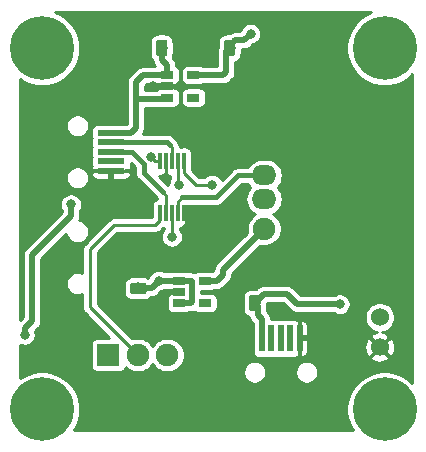
<source format=gbr>
G04 #@! TF.GenerationSoftware,KiCad,Pcbnew,(5.1.4)-1*
G04 #@! TF.CreationDate,2019-10-26T16:41:07-04:00*
G04 #@! TF.ProjectId,USB_HubSwitch,5553425f-4875-4625-9377-697463682e6b,rev?*
G04 #@! TF.SameCoordinates,Original*
G04 #@! TF.FileFunction,Copper,L1,Top*
G04 #@! TF.FilePolarity,Positive*
%FSLAX46Y46*%
G04 Gerber Fmt 4.6, Leading zero omitted, Abs format (unit mm)*
G04 Created by KiCad (PCBNEW (5.1.4)-1) date 2019-10-26 16:41:07*
%MOMM*%
%LPD*%
G04 APERTURE LIST*
%ADD10C,5.400000*%
%ADD11R,2.300000X0.500000*%
%ADD12R,2.500000X2.000000*%
%ADD13C,1.524000*%
%ADD14C,3.300000*%
%ADD15C,1.900000*%
%ADD16O,2.100000X1.700000*%
%ADD17R,0.300000X1.450000*%
%ADD18R,2.000000X2.500000*%
%ADD19R,0.500000X2.300000*%
%ADD20R,1.900000X1.900000*%
%ADD21C,0.100000*%
%ADD22C,0.975000*%
%ADD23R,1.060000X0.650000*%
%ADD24C,0.800000*%
%ADD25C,0.250000*%
%ADD26C,0.500000*%
%ADD27C,0.400000*%
%ADD28C,0.254000*%
G04 APERTURE END LIST*
D10*
X103000000Y-81400000D03*
X132000000Y-112000000D03*
X132000000Y-81400000D03*
X103000000Y-112000000D03*
D11*
X108850000Y-91800000D03*
X108850000Y-91000000D03*
X108850000Y-90200000D03*
X108850000Y-89400000D03*
X108850000Y-88600000D03*
D12*
X108750000Y-94650000D03*
X108750000Y-85750000D03*
X103250000Y-85750000D03*
X103250000Y-94650000D03*
D13*
X131580000Y-106740000D03*
X131600000Y-104200000D03*
D14*
X124510000Y-99770000D03*
X124510000Y-86630000D03*
D15*
X121800000Y-96700000D03*
D16*
X121800000Y-94200000D03*
X121800000Y-92200000D03*
D15*
X121800000Y-89700000D03*
D17*
X113000000Y-95400000D03*
X115000000Y-91000000D03*
X113500000Y-95400000D03*
X114000000Y-95400000D03*
X114500000Y-95400000D03*
X115000000Y-95400000D03*
X114500000Y-91000000D03*
X114000000Y-91000000D03*
X113500000Y-91000000D03*
X113000000Y-91000000D03*
D18*
X127650000Y-111600000D03*
X118750000Y-111600000D03*
X118750000Y-106100000D03*
X127650000Y-106100000D03*
D19*
X121600000Y-106000000D03*
X122400000Y-106000000D03*
X123200000Y-106000000D03*
X124000000Y-106000000D03*
X124800000Y-106000000D03*
D20*
X108600000Y-107400000D03*
D15*
X111100000Y-107400000D03*
X113600000Y-107400000D03*
D21*
G36*
X121267642Y-102301174D02*
G01*
X121291303Y-102304684D01*
X121314507Y-102310496D01*
X121337029Y-102318554D01*
X121358653Y-102328782D01*
X121379170Y-102341079D01*
X121398383Y-102355329D01*
X121416107Y-102371393D01*
X121432171Y-102389117D01*
X121446421Y-102408330D01*
X121458718Y-102428847D01*
X121468946Y-102450471D01*
X121477004Y-102472993D01*
X121482816Y-102496197D01*
X121486326Y-102519858D01*
X121487500Y-102543750D01*
X121487500Y-103456250D01*
X121486326Y-103480142D01*
X121482816Y-103503803D01*
X121477004Y-103527007D01*
X121468946Y-103549529D01*
X121458718Y-103571153D01*
X121446421Y-103591670D01*
X121432171Y-103610883D01*
X121416107Y-103628607D01*
X121398383Y-103644671D01*
X121379170Y-103658921D01*
X121358653Y-103671218D01*
X121337029Y-103681446D01*
X121314507Y-103689504D01*
X121291303Y-103695316D01*
X121267642Y-103698826D01*
X121243750Y-103700000D01*
X120756250Y-103700000D01*
X120732358Y-103698826D01*
X120708697Y-103695316D01*
X120685493Y-103689504D01*
X120662971Y-103681446D01*
X120641347Y-103671218D01*
X120620830Y-103658921D01*
X120601617Y-103644671D01*
X120583893Y-103628607D01*
X120567829Y-103610883D01*
X120553579Y-103591670D01*
X120541282Y-103571153D01*
X120531054Y-103549529D01*
X120522996Y-103527007D01*
X120517184Y-103503803D01*
X120513674Y-103480142D01*
X120512500Y-103456250D01*
X120512500Y-102543750D01*
X120513674Y-102519858D01*
X120517184Y-102496197D01*
X120522996Y-102472993D01*
X120531054Y-102450471D01*
X120541282Y-102428847D01*
X120553579Y-102408330D01*
X120567829Y-102389117D01*
X120583893Y-102371393D01*
X120601617Y-102355329D01*
X120620830Y-102341079D01*
X120641347Y-102328782D01*
X120662971Y-102318554D01*
X120685493Y-102310496D01*
X120708697Y-102304684D01*
X120732358Y-102301174D01*
X120756250Y-102300000D01*
X121243750Y-102300000D01*
X121267642Y-102301174D01*
X121267642Y-102301174D01*
G37*
D22*
X121000000Y-103000000D03*
D21*
G36*
X119392642Y-102301174D02*
G01*
X119416303Y-102304684D01*
X119439507Y-102310496D01*
X119462029Y-102318554D01*
X119483653Y-102328782D01*
X119504170Y-102341079D01*
X119523383Y-102355329D01*
X119541107Y-102371393D01*
X119557171Y-102389117D01*
X119571421Y-102408330D01*
X119583718Y-102428847D01*
X119593946Y-102450471D01*
X119602004Y-102472993D01*
X119607816Y-102496197D01*
X119611326Y-102519858D01*
X119612500Y-102543750D01*
X119612500Y-103456250D01*
X119611326Y-103480142D01*
X119607816Y-103503803D01*
X119602004Y-103527007D01*
X119593946Y-103549529D01*
X119583718Y-103571153D01*
X119571421Y-103591670D01*
X119557171Y-103610883D01*
X119541107Y-103628607D01*
X119523383Y-103644671D01*
X119504170Y-103658921D01*
X119483653Y-103671218D01*
X119462029Y-103681446D01*
X119439507Y-103689504D01*
X119416303Y-103695316D01*
X119392642Y-103698826D01*
X119368750Y-103700000D01*
X118881250Y-103700000D01*
X118857358Y-103698826D01*
X118833697Y-103695316D01*
X118810493Y-103689504D01*
X118787971Y-103681446D01*
X118766347Y-103671218D01*
X118745830Y-103658921D01*
X118726617Y-103644671D01*
X118708893Y-103628607D01*
X118692829Y-103610883D01*
X118678579Y-103591670D01*
X118666282Y-103571153D01*
X118656054Y-103549529D01*
X118647996Y-103527007D01*
X118642184Y-103503803D01*
X118638674Y-103480142D01*
X118637500Y-103456250D01*
X118637500Y-102543750D01*
X118638674Y-102519858D01*
X118642184Y-102496197D01*
X118647996Y-102472993D01*
X118656054Y-102450471D01*
X118666282Y-102428847D01*
X118678579Y-102408330D01*
X118692829Y-102389117D01*
X118708893Y-102371393D01*
X118726617Y-102355329D01*
X118745830Y-102341079D01*
X118766347Y-102328782D01*
X118787971Y-102318554D01*
X118810493Y-102310496D01*
X118833697Y-102304684D01*
X118857358Y-102301174D01*
X118881250Y-102300000D01*
X119368750Y-102300000D01*
X119392642Y-102301174D01*
X119392642Y-102301174D01*
G37*
D22*
X119125000Y-103000000D03*
D21*
G36*
X115267642Y-80701174D02*
G01*
X115291303Y-80704684D01*
X115314507Y-80710496D01*
X115337029Y-80718554D01*
X115358653Y-80728782D01*
X115379170Y-80741079D01*
X115398383Y-80755329D01*
X115416107Y-80771393D01*
X115432171Y-80789117D01*
X115446421Y-80808330D01*
X115458718Y-80828847D01*
X115468946Y-80850471D01*
X115477004Y-80872993D01*
X115482816Y-80896197D01*
X115486326Y-80919858D01*
X115487500Y-80943750D01*
X115487500Y-81856250D01*
X115486326Y-81880142D01*
X115482816Y-81903803D01*
X115477004Y-81927007D01*
X115468946Y-81949529D01*
X115458718Y-81971153D01*
X115446421Y-81991670D01*
X115432171Y-82010883D01*
X115416107Y-82028607D01*
X115398383Y-82044671D01*
X115379170Y-82058921D01*
X115358653Y-82071218D01*
X115337029Y-82081446D01*
X115314507Y-82089504D01*
X115291303Y-82095316D01*
X115267642Y-82098826D01*
X115243750Y-82100000D01*
X114756250Y-82100000D01*
X114732358Y-82098826D01*
X114708697Y-82095316D01*
X114685493Y-82089504D01*
X114662971Y-82081446D01*
X114641347Y-82071218D01*
X114620830Y-82058921D01*
X114601617Y-82044671D01*
X114583893Y-82028607D01*
X114567829Y-82010883D01*
X114553579Y-81991670D01*
X114541282Y-81971153D01*
X114531054Y-81949529D01*
X114522996Y-81927007D01*
X114517184Y-81903803D01*
X114513674Y-81880142D01*
X114512500Y-81856250D01*
X114512500Y-80943750D01*
X114513674Y-80919858D01*
X114517184Y-80896197D01*
X114522996Y-80872993D01*
X114531054Y-80850471D01*
X114541282Y-80828847D01*
X114553579Y-80808330D01*
X114567829Y-80789117D01*
X114583893Y-80771393D01*
X114601617Y-80755329D01*
X114620830Y-80741079D01*
X114641347Y-80728782D01*
X114662971Y-80718554D01*
X114685493Y-80710496D01*
X114708697Y-80704684D01*
X114732358Y-80701174D01*
X114756250Y-80700000D01*
X115243750Y-80700000D01*
X115267642Y-80701174D01*
X115267642Y-80701174D01*
G37*
D22*
X115000000Y-81400000D03*
D21*
G36*
X113392642Y-80701174D02*
G01*
X113416303Y-80704684D01*
X113439507Y-80710496D01*
X113462029Y-80718554D01*
X113483653Y-80728782D01*
X113504170Y-80741079D01*
X113523383Y-80755329D01*
X113541107Y-80771393D01*
X113557171Y-80789117D01*
X113571421Y-80808330D01*
X113583718Y-80828847D01*
X113593946Y-80850471D01*
X113602004Y-80872993D01*
X113607816Y-80896197D01*
X113611326Y-80919858D01*
X113612500Y-80943750D01*
X113612500Y-81856250D01*
X113611326Y-81880142D01*
X113607816Y-81903803D01*
X113602004Y-81927007D01*
X113593946Y-81949529D01*
X113583718Y-81971153D01*
X113571421Y-81991670D01*
X113557171Y-82010883D01*
X113541107Y-82028607D01*
X113523383Y-82044671D01*
X113504170Y-82058921D01*
X113483653Y-82071218D01*
X113462029Y-82081446D01*
X113439507Y-82089504D01*
X113416303Y-82095316D01*
X113392642Y-82098826D01*
X113368750Y-82100000D01*
X112881250Y-82100000D01*
X112857358Y-82098826D01*
X112833697Y-82095316D01*
X112810493Y-82089504D01*
X112787971Y-82081446D01*
X112766347Y-82071218D01*
X112745830Y-82058921D01*
X112726617Y-82044671D01*
X112708893Y-82028607D01*
X112692829Y-82010883D01*
X112678579Y-81991670D01*
X112666282Y-81971153D01*
X112656054Y-81949529D01*
X112647996Y-81927007D01*
X112642184Y-81903803D01*
X112638674Y-81880142D01*
X112637500Y-81856250D01*
X112637500Y-80943750D01*
X112638674Y-80919858D01*
X112642184Y-80896197D01*
X112647996Y-80872993D01*
X112656054Y-80850471D01*
X112666282Y-80828847D01*
X112678579Y-80808330D01*
X112692829Y-80789117D01*
X112708893Y-80771393D01*
X112726617Y-80755329D01*
X112745830Y-80741079D01*
X112766347Y-80728782D01*
X112787971Y-80718554D01*
X112810493Y-80710496D01*
X112833697Y-80704684D01*
X112857358Y-80701174D01*
X112881250Y-80700000D01*
X113368750Y-80700000D01*
X113392642Y-80701174D01*
X113392642Y-80701174D01*
G37*
D22*
X113125000Y-81400000D03*
D21*
G36*
X111630142Y-101263674D02*
G01*
X111653803Y-101267184D01*
X111677007Y-101272996D01*
X111699529Y-101281054D01*
X111721153Y-101291282D01*
X111741670Y-101303579D01*
X111760883Y-101317829D01*
X111778607Y-101333893D01*
X111794671Y-101351617D01*
X111808921Y-101370830D01*
X111821218Y-101391347D01*
X111831446Y-101412971D01*
X111839504Y-101435493D01*
X111845316Y-101458697D01*
X111848826Y-101482358D01*
X111850000Y-101506250D01*
X111850000Y-101993750D01*
X111848826Y-102017642D01*
X111845316Y-102041303D01*
X111839504Y-102064507D01*
X111831446Y-102087029D01*
X111821218Y-102108653D01*
X111808921Y-102129170D01*
X111794671Y-102148383D01*
X111778607Y-102166107D01*
X111760883Y-102182171D01*
X111741670Y-102196421D01*
X111721153Y-102208718D01*
X111699529Y-102218946D01*
X111677007Y-102227004D01*
X111653803Y-102232816D01*
X111630142Y-102236326D01*
X111606250Y-102237500D01*
X110693750Y-102237500D01*
X110669858Y-102236326D01*
X110646197Y-102232816D01*
X110622993Y-102227004D01*
X110600471Y-102218946D01*
X110578847Y-102208718D01*
X110558330Y-102196421D01*
X110539117Y-102182171D01*
X110521393Y-102166107D01*
X110505329Y-102148383D01*
X110491079Y-102129170D01*
X110478782Y-102108653D01*
X110468554Y-102087029D01*
X110460496Y-102064507D01*
X110454684Y-102041303D01*
X110451174Y-102017642D01*
X110450000Y-101993750D01*
X110450000Y-101506250D01*
X110451174Y-101482358D01*
X110454684Y-101458697D01*
X110460496Y-101435493D01*
X110468554Y-101412971D01*
X110478782Y-101391347D01*
X110491079Y-101370830D01*
X110505329Y-101351617D01*
X110521393Y-101333893D01*
X110539117Y-101317829D01*
X110558330Y-101303579D01*
X110578847Y-101291282D01*
X110600471Y-101281054D01*
X110622993Y-101272996D01*
X110646197Y-101267184D01*
X110669858Y-101263674D01*
X110693750Y-101262500D01*
X111606250Y-101262500D01*
X111630142Y-101263674D01*
X111630142Y-101263674D01*
G37*
D22*
X111150000Y-101750000D03*
D21*
G36*
X111630142Y-103138674D02*
G01*
X111653803Y-103142184D01*
X111677007Y-103147996D01*
X111699529Y-103156054D01*
X111721153Y-103166282D01*
X111741670Y-103178579D01*
X111760883Y-103192829D01*
X111778607Y-103208893D01*
X111794671Y-103226617D01*
X111808921Y-103245830D01*
X111821218Y-103266347D01*
X111831446Y-103287971D01*
X111839504Y-103310493D01*
X111845316Y-103333697D01*
X111848826Y-103357358D01*
X111850000Y-103381250D01*
X111850000Y-103868750D01*
X111848826Y-103892642D01*
X111845316Y-103916303D01*
X111839504Y-103939507D01*
X111831446Y-103962029D01*
X111821218Y-103983653D01*
X111808921Y-104004170D01*
X111794671Y-104023383D01*
X111778607Y-104041107D01*
X111760883Y-104057171D01*
X111741670Y-104071421D01*
X111721153Y-104083718D01*
X111699529Y-104093946D01*
X111677007Y-104102004D01*
X111653803Y-104107816D01*
X111630142Y-104111326D01*
X111606250Y-104112500D01*
X110693750Y-104112500D01*
X110669858Y-104111326D01*
X110646197Y-104107816D01*
X110622993Y-104102004D01*
X110600471Y-104093946D01*
X110578847Y-104083718D01*
X110558330Y-104071421D01*
X110539117Y-104057171D01*
X110521393Y-104041107D01*
X110505329Y-104023383D01*
X110491079Y-104004170D01*
X110478782Y-103983653D01*
X110468554Y-103962029D01*
X110460496Y-103939507D01*
X110454684Y-103916303D01*
X110451174Y-103892642D01*
X110450000Y-103868750D01*
X110450000Y-103381250D01*
X110451174Y-103357358D01*
X110454684Y-103333697D01*
X110460496Y-103310493D01*
X110468554Y-103287971D01*
X110478782Y-103266347D01*
X110491079Y-103245830D01*
X110505329Y-103226617D01*
X110521393Y-103208893D01*
X110539117Y-103192829D01*
X110558330Y-103178579D01*
X110578847Y-103166282D01*
X110600471Y-103156054D01*
X110622993Y-103147996D01*
X110646197Y-103142184D01*
X110669858Y-103138674D01*
X110693750Y-103137500D01*
X111606250Y-103137500D01*
X111630142Y-103138674D01*
X111630142Y-103138674D01*
G37*
D22*
X111150000Y-103625000D03*
D21*
G36*
X117267642Y-80701174D02*
G01*
X117291303Y-80704684D01*
X117314507Y-80710496D01*
X117337029Y-80718554D01*
X117358653Y-80728782D01*
X117379170Y-80741079D01*
X117398383Y-80755329D01*
X117416107Y-80771393D01*
X117432171Y-80789117D01*
X117446421Y-80808330D01*
X117458718Y-80828847D01*
X117468946Y-80850471D01*
X117477004Y-80872993D01*
X117482816Y-80896197D01*
X117486326Y-80919858D01*
X117487500Y-80943750D01*
X117487500Y-81856250D01*
X117486326Y-81880142D01*
X117482816Y-81903803D01*
X117477004Y-81927007D01*
X117468946Y-81949529D01*
X117458718Y-81971153D01*
X117446421Y-81991670D01*
X117432171Y-82010883D01*
X117416107Y-82028607D01*
X117398383Y-82044671D01*
X117379170Y-82058921D01*
X117358653Y-82071218D01*
X117337029Y-82081446D01*
X117314507Y-82089504D01*
X117291303Y-82095316D01*
X117267642Y-82098826D01*
X117243750Y-82100000D01*
X116756250Y-82100000D01*
X116732358Y-82098826D01*
X116708697Y-82095316D01*
X116685493Y-82089504D01*
X116662971Y-82081446D01*
X116641347Y-82071218D01*
X116620830Y-82058921D01*
X116601617Y-82044671D01*
X116583893Y-82028607D01*
X116567829Y-82010883D01*
X116553579Y-81991670D01*
X116541282Y-81971153D01*
X116531054Y-81949529D01*
X116522996Y-81927007D01*
X116517184Y-81903803D01*
X116513674Y-81880142D01*
X116512500Y-81856250D01*
X116512500Y-80943750D01*
X116513674Y-80919858D01*
X116517184Y-80896197D01*
X116522996Y-80872993D01*
X116531054Y-80850471D01*
X116541282Y-80828847D01*
X116553579Y-80808330D01*
X116567829Y-80789117D01*
X116583893Y-80771393D01*
X116601617Y-80755329D01*
X116620830Y-80741079D01*
X116641347Y-80728782D01*
X116662971Y-80718554D01*
X116685493Y-80710496D01*
X116708697Y-80704684D01*
X116732358Y-80701174D01*
X116756250Y-80700000D01*
X117243750Y-80700000D01*
X117267642Y-80701174D01*
X117267642Y-80701174D01*
G37*
D22*
X117000000Y-81400000D03*
D21*
G36*
X119142642Y-80701174D02*
G01*
X119166303Y-80704684D01*
X119189507Y-80710496D01*
X119212029Y-80718554D01*
X119233653Y-80728782D01*
X119254170Y-80741079D01*
X119273383Y-80755329D01*
X119291107Y-80771393D01*
X119307171Y-80789117D01*
X119321421Y-80808330D01*
X119333718Y-80828847D01*
X119343946Y-80850471D01*
X119352004Y-80872993D01*
X119357816Y-80896197D01*
X119361326Y-80919858D01*
X119362500Y-80943750D01*
X119362500Y-81856250D01*
X119361326Y-81880142D01*
X119357816Y-81903803D01*
X119352004Y-81927007D01*
X119343946Y-81949529D01*
X119333718Y-81971153D01*
X119321421Y-81991670D01*
X119307171Y-82010883D01*
X119291107Y-82028607D01*
X119273383Y-82044671D01*
X119254170Y-82058921D01*
X119233653Y-82071218D01*
X119212029Y-82081446D01*
X119189507Y-82089504D01*
X119166303Y-82095316D01*
X119142642Y-82098826D01*
X119118750Y-82100000D01*
X118631250Y-82100000D01*
X118607358Y-82098826D01*
X118583697Y-82095316D01*
X118560493Y-82089504D01*
X118537971Y-82081446D01*
X118516347Y-82071218D01*
X118495830Y-82058921D01*
X118476617Y-82044671D01*
X118458893Y-82028607D01*
X118442829Y-82010883D01*
X118428579Y-81991670D01*
X118416282Y-81971153D01*
X118406054Y-81949529D01*
X118397996Y-81927007D01*
X118392184Y-81903803D01*
X118388674Y-81880142D01*
X118387500Y-81856250D01*
X118387500Y-80943750D01*
X118388674Y-80919858D01*
X118392184Y-80896197D01*
X118397996Y-80872993D01*
X118406054Y-80850471D01*
X118416282Y-80828847D01*
X118428579Y-80808330D01*
X118442829Y-80789117D01*
X118458893Y-80771393D01*
X118476617Y-80755329D01*
X118495830Y-80741079D01*
X118516347Y-80728782D01*
X118537971Y-80718554D01*
X118560493Y-80710496D01*
X118583697Y-80704684D01*
X118607358Y-80701174D01*
X118631250Y-80700000D01*
X119118750Y-80700000D01*
X119142642Y-80701174D01*
X119142642Y-80701174D01*
G37*
D22*
X118875000Y-81400000D03*
D23*
X115800000Y-83700000D03*
X115800000Y-85600000D03*
X113600000Y-85600000D03*
X113600000Y-84650000D03*
X113600000Y-83700000D03*
X114600000Y-101100000D03*
X114600000Y-102050000D03*
X114600000Y-103000000D03*
X116800000Y-103000000D03*
X116800000Y-101100000D03*
D24*
X113400000Y-92400000D03*
X116000000Y-95400000D03*
X108800000Y-92800000D03*
X112400000Y-84600000D03*
X108750000Y-103600000D03*
X113050000Y-102500000D03*
X127650000Y-106100000D03*
X118750000Y-106100000D03*
X118750000Y-111600000D03*
X127650000Y-111600000D03*
X103250000Y-103600000D03*
X103250000Y-94700000D03*
X108750000Y-94700000D03*
X108750000Y-85750000D03*
X103250000Y-85750000D03*
X121850000Y-79050000D03*
X115850000Y-82550000D03*
X110850000Y-97500000D03*
X129150000Y-100450000D03*
X127400000Y-96800000D03*
X102200000Y-89130000D03*
X132050000Y-90600000D03*
X121750000Y-100550000D03*
X120100000Y-101050000D03*
X119550000Y-97450000D03*
X119250000Y-95600000D03*
X115500000Y-99350000D03*
X112600000Y-104050000D03*
X117050000Y-104850000D03*
X122900000Y-103650000D03*
X129300000Y-105050000D03*
X110000000Y-111100000D03*
X111870000Y-112870000D03*
X120920000Y-112970000D03*
X124850000Y-112890000D03*
X103850000Y-100350000D03*
X105050000Y-98800000D03*
X102720000Y-96750000D03*
X105850000Y-105600000D03*
X111300000Y-94300000D03*
X107450000Y-87050000D03*
X113150000Y-87700000D03*
X116700000Y-87950000D03*
X117850000Y-90850000D03*
X119450000Y-90050000D03*
X118200000Y-85700000D03*
X121650000Y-87000000D03*
X121600000Y-84650000D03*
X122950000Y-83900000D03*
X106450000Y-79500000D03*
X110650000Y-79450000D03*
X102000000Y-85100000D03*
X109650000Y-83700000D03*
X121550000Y-82000000D03*
X126100000Y-80300000D03*
X126600000Y-83200000D03*
X128150000Y-84700000D03*
X127700000Y-87150000D03*
X133500000Y-96400000D03*
X133700000Y-93050000D03*
X126700000Y-104550000D03*
X123050000Y-108700000D03*
X119650000Y-107600000D03*
X106550000Y-110150000D03*
X106640000Y-112960000D03*
X111990000Y-111130000D03*
X110000000Y-112600000D03*
X122750000Y-112550000D03*
X126500000Y-112950000D03*
X118350000Y-112950000D03*
X117550000Y-97350000D03*
X112000000Y-97500000D03*
X110900000Y-93000000D03*
X116150000Y-89750000D03*
X114550000Y-88550000D03*
X104290000Y-105600000D03*
X105850000Y-103400000D03*
X132050000Y-88138000D03*
X132050000Y-85852000D03*
X133604000Y-85852000D03*
X133604000Y-88138000D03*
X126300000Y-96450000D03*
X126350000Y-97700000D03*
X126350000Y-92500000D03*
X123650000Y-89200000D03*
X127250000Y-89950000D03*
X128800000Y-92500000D03*
X112900000Y-101100000D03*
X114600000Y-93000000D03*
X114000000Y-97400000D03*
X117400000Y-93000000D03*
X120650000Y-80200000D03*
X112200000Y-90600000D03*
X101550000Y-105700000D03*
X105450000Y-94650012D03*
X128200000Y-103100000D03*
D25*
X113475001Y-91724999D02*
X113475001Y-92324999D01*
X113500000Y-91000000D02*
X113500000Y-91700000D01*
X113500000Y-91700000D02*
X113475001Y-91724999D01*
X113475001Y-92324999D02*
X113400000Y-92400000D01*
X115000000Y-95400000D02*
X116000000Y-95400000D01*
D26*
X108850000Y-91800000D02*
X108850000Y-92750000D01*
X108850000Y-92750000D02*
X108800000Y-92800000D01*
X113600000Y-84650000D02*
X112450000Y-84650000D01*
X112450000Y-84650000D02*
X112400000Y-84600000D01*
X115000000Y-81400000D02*
X117000000Y-81400000D01*
X111150000Y-103625000D02*
X108775000Y-103625000D01*
X108775000Y-103625000D02*
X108750000Y-103600000D01*
X114600000Y-102050000D02*
X113500000Y-102050000D01*
X113500000Y-102050000D02*
X113050000Y-102500000D01*
X118750000Y-103375000D02*
X119125000Y-103000000D01*
X118750000Y-106100000D02*
X118750000Y-103375000D01*
X127550000Y-106000000D02*
X127650000Y-106100000D01*
X124800000Y-106000000D02*
X127550000Y-106000000D01*
X115000000Y-81400000D02*
X115000000Y-82750000D01*
X117000000Y-81400000D02*
X117000000Y-82650000D01*
X108850000Y-94600000D02*
X108750000Y-94700000D01*
X108850000Y-91800000D02*
X108850000Y-94600000D01*
D25*
X113500000Y-93900000D02*
X113500000Y-95400000D01*
X113200000Y-93600000D02*
X113500000Y-93900000D01*
D27*
X111600000Y-92000000D02*
X113200000Y-93600000D01*
X111600000Y-91200000D02*
X111600000Y-92000000D01*
X108850000Y-90200000D02*
X110600000Y-90200000D01*
X110600000Y-90200000D02*
X111600000Y-91200000D01*
D25*
X114000000Y-89800000D02*
X113800000Y-89600000D01*
X114000000Y-91000000D02*
X114000000Y-89800000D01*
D27*
X113600000Y-89400000D02*
X113800000Y-89600000D01*
X108850000Y-89400000D02*
X113600000Y-89400000D01*
D26*
X113125000Y-82400000D02*
X113125000Y-81400000D01*
X113600000Y-83700000D02*
X113600000Y-82875000D01*
X113600000Y-82875000D02*
X113125000Y-82400000D01*
X111550000Y-83700000D02*
X113600000Y-83700000D01*
X110950000Y-88150000D02*
X110950000Y-85700000D01*
X108850000Y-88600000D02*
X110500000Y-88600000D01*
X110500000Y-88600000D02*
X110950000Y-88150000D01*
X110950000Y-84300000D02*
X111550000Y-83700000D01*
X110950000Y-85700000D02*
X110950000Y-84300000D01*
X113500000Y-85700000D02*
X110950000Y-85700000D01*
X113600000Y-85600000D02*
X113500000Y-85700000D01*
X112900000Y-101100000D02*
X112400000Y-101600000D01*
X114600000Y-101100000D02*
X112900000Y-101100000D01*
X112250000Y-101750000D02*
X112400000Y-101600000D01*
X111150000Y-101750000D02*
X112250000Y-101750000D01*
X115630000Y-101100000D02*
X115700000Y-101170000D01*
X114600000Y-101100000D02*
X115630000Y-101100000D01*
X115630000Y-103000000D02*
X114600000Y-103000000D01*
X115700000Y-102930000D02*
X115630000Y-103000000D01*
X115700000Y-101170000D02*
X115700000Y-102930000D01*
D25*
X114500000Y-92900000D02*
X114500000Y-91000000D01*
X114600000Y-93000000D02*
X114500000Y-92900000D01*
X114000000Y-97400000D02*
X114000000Y-95400000D01*
X114500000Y-94425000D02*
X114875000Y-94050000D01*
X114500000Y-95400000D02*
X114500000Y-94425000D01*
D27*
X114875000Y-94050000D02*
X117750000Y-94050000D01*
X119600000Y-92200000D02*
X121800000Y-92200000D01*
X117750000Y-94050000D02*
X119600000Y-92200000D01*
D25*
X115000000Y-91975000D02*
X116025000Y-93000000D01*
X115000000Y-91000000D02*
X115000000Y-91975000D01*
X116025000Y-93000000D02*
X117400000Y-93000000D01*
D26*
X118600000Y-81675000D02*
X118875000Y-81400000D01*
X118600000Y-83450000D02*
X118600000Y-81675000D01*
X115800000Y-83700000D02*
X118350000Y-83700000D01*
X118350000Y-83700000D02*
X118600000Y-83450000D01*
X117830000Y-101100000D02*
X116800000Y-101100000D01*
X118290000Y-100640000D02*
X117830000Y-101100000D01*
X121800000Y-96700000D02*
X118290000Y-100210000D01*
X118290000Y-100210000D02*
X118290000Y-100640000D01*
X120100000Y-80750000D02*
X120650000Y-80200000D01*
X119350000Y-80750000D02*
X120100000Y-80750000D01*
X118875000Y-81400000D02*
X118875000Y-81225000D01*
X118875000Y-81225000D02*
X119350000Y-80750000D01*
D25*
X107050000Y-103350000D02*
X111100000Y-107400000D01*
X107050000Y-98450000D02*
X107050000Y-103350000D01*
X109100000Y-96400000D02*
X107050000Y-98450000D01*
X112575000Y-96400000D02*
X109100000Y-96400000D01*
X113000000Y-95400000D02*
X113000000Y-95975000D01*
X113000000Y-95975000D02*
X112575000Y-96400000D01*
X113000000Y-91000000D02*
X112600000Y-91000000D01*
X112600000Y-91000000D02*
X112200000Y-90600000D01*
D26*
X105450000Y-95650000D02*
X105450000Y-94650012D01*
X102150000Y-98950000D02*
X105450000Y-95650000D01*
X102150000Y-104534315D02*
X102150000Y-98950000D01*
X101550000Y-105700000D02*
X101550000Y-105134315D01*
X101550000Y-105134315D02*
X102150000Y-104534315D01*
X124600000Y-103100000D02*
X128200000Y-103100000D01*
X123750000Y-102250000D02*
X124600000Y-103100000D01*
X121000000Y-103000000D02*
X121750000Y-102250000D01*
X121750000Y-102250000D02*
X123750000Y-102250000D01*
X121250000Y-103250000D02*
X121000000Y-103000000D01*
X121250000Y-104000000D02*
X121250000Y-103250000D01*
X121600000Y-106000000D02*
X121600000Y-104350000D01*
X121600000Y-104350000D02*
X121250000Y-104000000D01*
D28*
G36*
X130471442Y-78540270D02*
G01*
X129942907Y-78893425D01*
X129493425Y-79342907D01*
X129140270Y-79871442D01*
X128897012Y-80458719D01*
X128773000Y-81082168D01*
X128773000Y-81717832D01*
X128897012Y-82341281D01*
X129140270Y-82928558D01*
X129493425Y-83457093D01*
X129942907Y-83906575D01*
X130471442Y-84259730D01*
X131058719Y-84502988D01*
X131682168Y-84627000D01*
X132317832Y-84627000D01*
X132941281Y-84502988D01*
X133528558Y-84259730D01*
X134057093Y-83906575D01*
X134322001Y-83641667D01*
X134322000Y-109758332D01*
X134057093Y-109493425D01*
X133528558Y-109140270D01*
X132941281Y-108897012D01*
X132317832Y-108773000D01*
X131682168Y-108773000D01*
X131058719Y-108897012D01*
X130471442Y-109140270D01*
X129942907Y-109493425D01*
X129493425Y-109942907D01*
X129140270Y-110471442D01*
X128897012Y-111058719D01*
X128773000Y-111682168D01*
X128773000Y-112317832D01*
X128897012Y-112941281D01*
X129140270Y-113528558D01*
X129286896Y-113748000D01*
X105713104Y-113748000D01*
X105859730Y-113528558D01*
X106102988Y-112941281D01*
X106227000Y-112317832D01*
X106227000Y-111682168D01*
X106102988Y-111058719D01*
X105859730Y-110471442D01*
X105506575Y-109942907D01*
X105057093Y-109493425D01*
X104528558Y-109140270D01*
X103941281Y-108897012D01*
X103317832Y-108773000D01*
X102682168Y-108773000D01*
X102058719Y-108897012D01*
X101471442Y-109140270D01*
X101136000Y-109364405D01*
X101136000Y-106531892D01*
X101279604Y-106591376D01*
X101458699Y-106627000D01*
X101641301Y-106627000D01*
X101820396Y-106591376D01*
X101989099Y-106521496D01*
X102140928Y-106420048D01*
X102270048Y-106290928D01*
X102371496Y-106139099D01*
X102441376Y-105970396D01*
X102477000Y-105791301D01*
X102477000Y-105608699D01*
X102441376Y-105429604D01*
X102415653Y-105367505D01*
X102672437Y-105110722D01*
X102702080Y-105086395D01*
X102755182Y-105021690D01*
X102799177Y-104968082D01*
X102871327Y-104833099D01*
X102889558Y-104773000D01*
X102915757Y-104686634D01*
X102927000Y-104572481D01*
X102927000Y-104572472D01*
X102930758Y-104534316D01*
X102927000Y-104496160D01*
X102927000Y-101253774D01*
X105023000Y-101253774D01*
X105023000Y-101446226D01*
X105060546Y-101634980D01*
X105134194Y-101812783D01*
X105241115Y-101972801D01*
X105377199Y-102108885D01*
X105537217Y-102215806D01*
X105715020Y-102289454D01*
X105903774Y-102327000D01*
X106096226Y-102327000D01*
X106284980Y-102289454D01*
X106398001Y-102242640D01*
X106398001Y-103317968D01*
X106394846Y-103350000D01*
X106407435Y-103477814D01*
X106444717Y-103600716D01*
X106470620Y-103649177D01*
X106505260Y-103713984D01*
X106586737Y-103813264D01*
X106611614Y-103833680D01*
X108698384Y-105920451D01*
X107650000Y-105920451D01*
X107546690Y-105930626D01*
X107447350Y-105960761D01*
X107355798Y-106009696D01*
X107275552Y-106075552D01*
X107209696Y-106155798D01*
X107160761Y-106247350D01*
X107130626Y-106346690D01*
X107120451Y-106450000D01*
X107120451Y-108350000D01*
X107130626Y-108453310D01*
X107160761Y-108552650D01*
X107209696Y-108644202D01*
X107275552Y-108724448D01*
X107355798Y-108790304D01*
X107447350Y-108839239D01*
X107546690Y-108869374D01*
X107650000Y-108879549D01*
X109550000Y-108879549D01*
X109653310Y-108869374D01*
X109752650Y-108839239D01*
X109844202Y-108790304D01*
X109924448Y-108724448D01*
X109990304Y-108644202D01*
X110039239Y-108552650D01*
X110068243Y-108457037D01*
X110158467Y-108547261D01*
X110400378Y-108708901D01*
X110669175Y-108820240D01*
X110954528Y-108877000D01*
X111245472Y-108877000D01*
X111530825Y-108820240D01*
X111799622Y-108708901D01*
X112041533Y-108547261D01*
X112247261Y-108341533D01*
X112350000Y-108187773D01*
X112452739Y-108341533D01*
X112658467Y-108547261D01*
X112900378Y-108708901D01*
X113169175Y-108820240D01*
X113454528Y-108877000D01*
X113745472Y-108877000D01*
X114030825Y-108820240D01*
X114191288Y-108753774D01*
X120023000Y-108753774D01*
X120023000Y-108946226D01*
X120060546Y-109134980D01*
X120134194Y-109312783D01*
X120241115Y-109472801D01*
X120377199Y-109608885D01*
X120537217Y-109715806D01*
X120715020Y-109789454D01*
X120903774Y-109827000D01*
X121096226Y-109827000D01*
X121284980Y-109789454D01*
X121462783Y-109715806D01*
X121622801Y-109608885D01*
X121758885Y-109472801D01*
X121865806Y-109312783D01*
X121939454Y-109134980D01*
X121977000Y-108946226D01*
X121977000Y-108753774D01*
X124423000Y-108753774D01*
X124423000Y-108946226D01*
X124460546Y-109134980D01*
X124534194Y-109312783D01*
X124641115Y-109472801D01*
X124777199Y-109608885D01*
X124937217Y-109715806D01*
X125115020Y-109789454D01*
X125303774Y-109827000D01*
X125496226Y-109827000D01*
X125684980Y-109789454D01*
X125862783Y-109715806D01*
X126022801Y-109608885D01*
X126158885Y-109472801D01*
X126265806Y-109312783D01*
X126339454Y-109134980D01*
X126377000Y-108946226D01*
X126377000Y-108753774D01*
X126339454Y-108565020D01*
X126265806Y-108387217D01*
X126158885Y-108227199D01*
X126022801Y-108091115D01*
X125862783Y-107984194D01*
X125684980Y-107910546D01*
X125496226Y-107873000D01*
X125303774Y-107873000D01*
X125115020Y-107910546D01*
X124937217Y-107984194D01*
X124777199Y-108091115D01*
X124641115Y-108227199D01*
X124534194Y-108387217D01*
X124460546Y-108565020D01*
X124423000Y-108753774D01*
X121977000Y-108753774D01*
X121939454Y-108565020D01*
X121865806Y-108387217D01*
X121758885Y-108227199D01*
X121622801Y-108091115D01*
X121462783Y-107984194D01*
X121284980Y-107910546D01*
X121096226Y-107873000D01*
X120903774Y-107873000D01*
X120715020Y-107910546D01*
X120537217Y-107984194D01*
X120377199Y-108091115D01*
X120241115Y-108227199D01*
X120134194Y-108387217D01*
X120060546Y-108565020D01*
X120023000Y-108753774D01*
X114191288Y-108753774D01*
X114299622Y-108708901D01*
X114541533Y-108547261D01*
X114747261Y-108341533D01*
X114908901Y-108099622D01*
X115020240Y-107830825D01*
X115077000Y-107545472D01*
X115077000Y-107254528D01*
X115020240Y-106969175D01*
X114908901Y-106700378D01*
X114747261Y-106458467D01*
X114541533Y-106252739D01*
X114299622Y-106091099D01*
X114030825Y-105979760D01*
X113745472Y-105923000D01*
X113454528Y-105923000D01*
X113169175Y-105979760D01*
X112900378Y-106091099D01*
X112658467Y-106252739D01*
X112452739Y-106458467D01*
X112350000Y-106612227D01*
X112247261Y-106458467D01*
X112041533Y-106252739D01*
X111799622Y-106091099D01*
X111530825Y-105979760D01*
X111245472Y-105923000D01*
X110954528Y-105923000D01*
X110669175Y-105979760D01*
X110621553Y-105999486D01*
X107702000Y-103079934D01*
X107702000Y-98720066D01*
X109370067Y-97052000D01*
X112542978Y-97052000D01*
X112575000Y-97055154D01*
X112607022Y-97052000D01*
X112702814Y-97042565D01*
X112825717Y-97005283D01*
X112938984Y-96944741D01*
X113038264Y-96863264D01*
X113058685Y-96838381D01*
X113252154Y-96644912D01*
X113348000Y-96654352D01*
X113348000Y-96741024D01*
X113279952Y-96809072D01*
X113178504Y-96960901D01*
X113108624Y-97129604D01*
X113073000Y-97308699D01*
X113073000Y-97491301D01*
X113108624Y-97670396D01*
X113178504Y-97839099D01*
X113279952Y-97990928D01*
X113409072Y-98120048D01*
X113560901Y-98221496D01*
X113729604Y-98291376D01*
X113908699Y-98327000D01*
X114091301Y-98327000D01*
X114270396Y-98291376D01*
X114439099Y-98221496D01*
X114590928Y-98120048D01*
X114720048Y-97990928D01*
X114821496Y-97839099D01*
X114891376Y-97670396D01*
X114927000Y-97491301D01*
X114927000Y-97308699D01*
X114891376Y-97129604D01*
X114821496Y-96960901D01*
X114720048Y-96809072D01*
X114652000Y-96741024D01*
X114652000Y-96654352D01*
X114753310Y-96644374D01*
X114852650Y-96614239D01*
X114944202Y-96565304D01*
X115024448Y-96499448D01*
X115090304Y-96419202D01*
X115139239Y-96327650D01*
X115169374Y-96228310D01*
X115179549Y-96125000D01*
X115179549Y-94777000D01*
X117714292Y-94777000D01*
X117750000Y-94780517D01*
X117892517Y-94766480D01*
X117922335Y-94757435D01*
X118029557Y-94724910D01*
X118155853Y-94657403D01*
X118266554Y-94566554D01*
X118289326Y-94538806D01*
X119901133Y-92927000D01*
X120427227Y-92927000D01*
X120449527Y-92968721D01*
X120621603Y-93178397D01*
X120647926Y-93200000D01*
X120621603Y-93221603D01*
X120449527Y-93431279D01*
X120321663Y-93670495D01*
X120242925Y-93930061D01*
X120216338Y-94200000D01*
X120242925Y-94469939D01*
X120321663Y-94729505D01*
X120449527Y-94968721D01*
X120621603Y-95178397D01*
X120831279Y-95350473D01*
X121014562Y-95448440D01*
X120858467Y-95552739D01*
X120652739Y-95758467D01*
X120491099Y-96000378D01*
X120379760Y-96269175D01*
X120323000Y-96554528D01*
X120323000Y-96845472D01*
X120361605Y-97039552D01*
X117767570Y-99633587D01*
X117737920Y-99657920D01*
X117713591Y-99687566D01*
X117640823Y-99776234D01*
X117596454Y-99859242D01*
X117568673Y-99911217D01*
X117524243Y-100057682D01*
X117513000Y-100171834D01*
X117509241Y-100210000D01*
X117513000Y-100248163D01*
X117513000Y-100279800D01*
X117433310Y-100255626D01*
X117330000Y-100245451D01*
X116270000Y-100245451D01*
X116166690Y-100255626D01*
X116067350Y-100285761D01*
X115975798Y-100334696D01*
X115923985Y-100377217D01*
X115782319Y-100334243D01*
X115668166Y-100323000D01*
X115668163Y-100323000D01*
X115630000Y-100319241D01*
X115591837Y-100323000D01*
X115402320Y-100323000D01*
X115332650Y-100285761D01*
X115233310Y-100255626D01*
X115130000Y-100245451D01*
X114070000Y-100245451D01*
X113966690Y-100255626D01*
X113867350Y-100285761D01*
X113797680Y-100323000D01*
X113405693Y-100323000D01*
X113339099Y-100278504D01*
X113170396Y-100208624D01*
X112991301Y-100173000D01*
X112808699Y-100173000D01*
X112629604Y-100208624D01*
X112460901Y-100278504D01*
X112309072Y-100379952D01*
X112179952Y-100509072D01*
X112078504Y-100660901D01*
X112008624Y-100829604D01*
X112005189Y-100846875D01*
X111902179Y-100791815D01*
X111757113Y-100747810D01*
X111606250Y-100732951D01*
X110693750Y-100732951D01*
X110542887Y-100747810D01*
X110397821Y-100791815D01*
X110264128Y-100863275D01*
X110146945Y-100959445D01*
X110050775Y-101076628D01*
X109979315Y-101210321D01*
X109935310Y-101355387D01*
X109920451Y-101506250D01*
X109920451Y-101993750D01*
X109935310Y-102144613D01*
X109979315Y-102289679D01*
X110050775Y-102423372D01*
X110146945Y-102540555D01*
X110264128Y-102636725D01*
X110397821Y-102708185D01*
X110542887Y-102752190D01*
X110693750Y-102767049D01*
X111606250Y-102767049D01*
X111757113Y-102752190D01*
X111902179Y-102708185D01*
X112035872Y-102636725D01*
X112153055Y-102540555D01*
X112164179Y-102527000D01*
X112211837Y-102527000D01*
X112250000Y-102530759D01*
X112288163Y-102527000D01*
X112288166Y-102527000D01*
X112402319Y-102515757D01*
X112548784Y-102471327D01*
X112683766Y-102399177D01*
X112802080Y-102302080D01*
X112826413Y-102272430D01*
X113091842Y-102007001D01*
X113170396Y-101991376D01*
X113339099Y-101921496D01*
X113405693Y-101877000D01*
X113797680Y-101877000D01*
X113867350Y-101914239D01*
X113966690Y-101944374D01*
X114070000Y-101954549D01*
X114923000Y-101954549D01*
X114923001Y-102145451D01*
X114070000Y-102145451D01*
X113966690Y-102155626D01*
X113867350Y-102185761D01*
X113775798Y-102234696D01*
X113695552Y-102300552D01*
X113629696Y-102380798D01*
X113580761Y-102472350D01*
X113550626Y-102571690D01*
X113540451Y-102675000D01*
X113540451Y-103325000D01*
X113550626Y-103428310D01*
X113580761Y-103527650D01*
X113629696Y-103619202D01*
X113695552Y-103699448D01*
X113775798Y-103765304D01*
X113867350Y-103814239D01*
X113966690Y-103844374D01*
X114070000Y-103854549D01*
X115130000Y-103854549D01*
X115233310Y-103844374D01*
X115332650Y-103814239D01*
X115402320Y-103777000D01*
X115591837Y-103777000D01*
X115630000Y-103780759D01*
X115668163Y-103777000D01*
X115668166Y-103777000D01*
X115782319Y-103765757D01*
X115923985Y-103722783D01*
X115975798Y-103765304D01*
X116067350Y-103814239D01*
X116166690Y-103844374D01*
X116270000Y-103854549D01*
X117330000Y-103854549D01*
X117433310Y-103844374D01*
X117532650Y-103814239D01*
X117624202Y-103765304D01*
X117704448Y-103699448D01*
X117770304Y-103619202D01*
X117819239Y-103527650D01*
X117849374Y-103428310D01*
X117859549Y-103325000D01*
X117859549Y-102675000D01*
X117849374Y-102571690D01*
X117840899Y-102543750D01*
X119982951Y-102543750D01*
X119982951Y-103456250D01*
X119997810Y-103607113D01*
X120041815Y-103752179D01*
X120113275Y-103885872D01*
X120209445Y-104003055D01*
X120326628Y-104099225D01*
X120460321Y-104170685D01*
X120492804Y-104180538D01*
X120528673Y-104298783D01*
X120600823Y-104433766D01*
X120635116Y-104475552D01*
X120697920Y-104552080D01*
X120727570Y-104576413D01*
X120823001Y-104671844D01*
X120823001Y-104824112D01*
X120820451Y-104850000D01*
X120820451Y-107150000D01*
X120830626Y-107253310D01*
X120860761Y-107352650D01*
X120909696Y-107444202D01*
X120975552Y-107524448D01*
X121055798Y-107590304D01*
X121147350Y-107639239D01*
X121246690Y-107669374D01*
X121350000Y-107679549D01*
X121850000Y-107679549D01*
X121953310Y-107669374D01*
X122000000Y-107655210D01*
X122046690Y-107669374D01*
X122150000Y-107679549D01*
X122650000Y-107679549D01*
X122753310Y-107669374D01*
X122800000Y-107655210D01*
X122846690Y-107669374D01*
X122950000Y-107679549D01*
X123450000Y-107679549D01*
X123553310Y-107669374D01*
X123600000Y-107655210D01*
X123646690Y-107669374D01*
X123750000Y-107679549D01*
X124250000Y-107679549D01*
X124353310Y-107669374D01*
X124452650Y-107639239D01*
X124544202Y-107590304D01*
X124558064Y-107578927D01*
X124670250Y-107577000D01*
X124777000Y-107470250D01*
X124777000Y-107175881D01*
X124779549Y-107150000D01*
X124779549Y-106023000D01*
X124823000Y-106023000D01*
X124823000Y-107470250D01*
X124929750Y-107577000D01*
X125050000Y-107579066D01*
X125052579Y-107578812D01*
X130773714Y-107578812D01*
X130837406Y-107801223D01*
X131058710Y-107925705D01*
X131300045Y-108004621D01*
X131552139Y-108034938D01*
X131805305Y-108015491D01*
X132049812Y-107947028D01*
X132276264Y-107832180D01*
X132322594Y-107801223D01*
X132386286Y-107578812D01*
X131580000Y-106772527D01*
X130773714Y-107578812D01*
X125052579Y-107578812D01*
X125133707Y-107570822D01*
X125214196Y-107546405D01*
X125288376Y-107506755D01*
X125353395Y-107453395D01*
X125406755Y-107388376D01*
X125446405Y-107314196D01*
X125470822Y-107233707D01*
X125479066Y-107150000D01*
X125478180Y-106712139D01*
X130285062Y-106712139D01*
X130304509Y-106965305D01*
X130372972Y-107209812D01*
X130487820Y-107436264D01*
X130518777Y-107482594D01*
X130741188Y-107546286D01*
X131547473Y-106740000D01*
X131612527Y-106740000D01*
X132418812Y-107546286D01*
X132641223Y-107482594D01*
X132765705Y-107261290D01*
X132844621Y-107019955D01*
X132874938Y-106767861D01*
X132855491Y-106514695D01*
X132787028Y-106270188D01*
X132672180Y-106043736D01*
X132641223Y-105997406D01*
X132418812Y-105933714D01*
X131612527Y-106740000D01*
X131547473Y-106740000D01*
X130741188Y-105933714D01*
X130518777Y-105997406D01*
X130394295Y-106218710D01*
X130315379Y-106460045D01*
X130285062Y-106712139D01*
X125478180Y-106712139D01*
X125477000Y-106129750D01*
X125370250Y-106023000D01*
X124823000Y-106023000D01*
X124779549Y-106023000D01*
X124779549Y-104850000D01*
X124777000Y-104824119D01*
X124777000Y-104529750D01*
X124823000Y-104529750D01*
X124823000Y-105977000D01*
X125370250Y-105977000D01*
X125477000Y-105870250D01*
X125479066Y-104850000D01*
X125470822Y-104766293D01*
X125446405Y-104685804D01*
X125406755Y-104611624D01*
X125353395Y-104546605D01*
X125288376Y-104493245D01*
X125214196Y-104453595D01*
X125133707Y-104429178D01*
X125050000Y-104420934D01*
X124929750Y-104423000D01*
X124823000Y-104529750D01*
X124777000Y-104529750D01*
X124670250Y-104423000D01*
X124558064Y-104421073D01*
X124544202Y-104409696D01*
X124452650Y-104360761D01*
X124353310Y-104330626D01*
X124250000Y-104320451D01*
X123750000Y-104320451D01*
X123646690Y-104330626D01*
X123600000Y-104344790D01*
X123553310Y-104330626D01*
X123450000Y-104320451D01*
X122950000Y-104320451D01*
X122846690Y-104330626D01*
X122800000Y-104344790D01*
X122753310Y-104330626D01*
X122650000Y-104320451D01*
X122377849Y-104320451D01*
X122377000Y-104311834D01*
X122365757Y-104197681D01*
X122327949Y-104073045D01*
X130311000Y-104073045D01*
X130311000Y-104326955D01*
X130360535Y-104575987D01*
X130457703Y-104810570D01*
X130598768Y-105021690D01*
X130778310Y-105201232D01*
X130989430Y-105342297D01*
X131224013Y-105439465D01*
X131352711Y-105465064D01*
X131110188Y-105532972D01*
X130883736Y-105647820D01*
X130837406Y-105678777D01*
X130773714Y-105901188D01*
X131580000Y-106707473D01*
X132386286Y-105901188D01*
X132322594Y-105678777D01*
X132101290Y-105554295D01*
X131859955Y-105475379D01*
X131819744Y-105470543D01*
X131975987Y-105439465D01*
X132210570Y-105342297D01*
X132421690Y-105201232D01*
X132601232Y-105021690D01*
X132742297Y-104810570D01*
X132839465Y-104575987D01*
X132889000Y-104326955D01*
X132889000Y-104073045D01*
X132839465Y-103824013D01*
X132742297Y-103589430D01*
X132601232Y-103378310D01*
X132421690Y-103198768D01*
X132210570Y-103057703D01*
X131975987Y-102960535D01*
X131726955Y-102911000D01*
X131473045Y-102911000D01*
X131224013Y-102960535D01*
X130989430Y-103057703D01*
X130778310Y-103198768D01*
X130598768Y-103378310D01*
X130457703Y-103589430D01*
X130360535Y-103824013D01*
X130311000Y-104073045D01*
X122327949Y-104073045D01*
X122321327Y-104051216D01*
X122249177Y-103916234D01*
X122152080Y-103797920D01*
X122122430Y-103773587D01*
X122027000Y-103678157D01*
X122027000Y-103288155D01*
X122030758Y-103249999D01*
X122027000Y-103211843D01*
X122027000Y-103211834D01*
X122017049Y-103110799D01*
X122017049Y-103081795D01*
X122071844Y-103027000D01*
X123428157Y-103027000D01*
X124023592Y-103622436D01*
X124047920Y-103652080D01*
X124077564Y-103676408D01*
X124077565Y-103676409D01*
X124166234Y-103749178D01*
X124254199Y-103796195D01*
X124301216Y-103821327D01*
X124447681Y-103865757D01*
X124561834Y-103877000D01*
X124561836Y-103877000D01*
X124600000Y-103880759D01*
X124638163Y-103877000D01*
X127694307Y-103877000D01*
X127760901Y-103921496D01*
X127929604Y-103991376D01*
X128108699Y-104027000D01*
X128291301Y-104027000D01*
X128470396Y-103991376D01*
X128639099Y-103921496D01*
X128790928Y-103820048D01*
X128920048Y-103690928D01*
X129021496Y-103539099D01*
X129091376Y-103370396D01*
X129127000Y-103191301D01*
X129127000Y-103008699D01*
X129091376Y-102829604D01*
X129021496Y-102660901D01*
X128920048Y-102509072D01*
X128790928Y-102379952D01*
X128639099Y-102278504D01*
X128470396Y-102208624D01*
X128291301Y-102173000D01*
X128108699Y-102173000D01*
X127929604Y-102208624D01*
X127760901Y-102278504D01*
X127694307Y-102323000D01*
X124921844Y-102323000D01*
X124326412Y-101727569D01*
X124302080Y-101697920D01*
X124183766Y-101600823D01*
X124048784Y-101528673D01*
X123902319Y-101484243D01*
X123788166Y-101473000D01*
X123788163Y-101473000D01*
X123750000Y-101469241D01*
X123711837Y-101473000D01*
X121788155Y-101473000D01*
X121749999Y-101469242D01*
X121711843Y-101473000D01*
X121711834Y-101473000D01*
X121597681Y-101484243D01*
X121452413Y-101528310D01*
X121451216Y-101528673D01*
X121316233Y-101600823D01*
X121227565Y-101673591D01*
X121197920Y-101697920D01*
X121173592Y-101727564D01*
X121130705Y-101770451D01*
X120756250Y-101770451D01*
X120605387Y-101785310D01*
X120460321Y-101829315D01*
X120326628Y-101900775D01*
X120209445Y-101996945D01*
X120113275Y-102114128D01*
X120041815Y-102247821D01*
X119997810Y-102392887D01*
X119982951Y-102543750D01*
X117840899Y-102543750D01*
X117819239Y-102472350D01*
X117770304Y-102380798D01*
X117704448Y-102300552D01*
X117624202Y-102234696D01*
X117532650Y-102185761D01*
X117433310Y-102155626D01*
X117330000Y-102145451D01*
X116477000Y-102145451D01*
X116477000Y-101954549D01*
X117330000Y-101954549D01*
X117433310Y-101944374D01*
X117532650Y-101914239D01*
X117602320Y-101877000D01*
X117791837Y-101877000D01*
X117830000Y-101880759D01*
X117868163Y-101877000D01*
X117868166Y-101877000D01*
X117982319Y-101865757D01*
X118128784Y-101821327D01*
X118263766Y-101749177D01*
X118382080Y-101652080D01*
X118406413Y-101622430D01*
X118812430Y-101216413D01*
X118842080Y-101192080D01*
X118916972Y-101100823D01*
X118939177Y-101073767D01*
X119011327Y-100938784D01*
X119013589Y-100931327D01*
X119055757Y-100792319D01*
X119067000Y-100678165D01*
X119067000Y-100678157D01*
X119070758Y-100640001D01*
X119067000Y-100601845D01*
X119067000Y-100531843D01*
X121460448Y-98138395D01*
X121654528Y-98177000D01*
X121945472Y-98177000D01*
X122230825Y-98120240D01*
X122499622Y-98008901D01*
X122741533Y-97847261D01*
X122947261Y-97641533D01*
X123108901Y-97399622D01*
X123220240Y-97130825D01*
X123277000Y-96845472D01*
X123277000Y-96554528D01*
X123220240Y-96269175D01*
X123108901Y-96000378D01*
X122947261Y-95758467D01*
X122741533Y-95552739D01*
X122585438Y-95448440D01*
X122768721Y-95350473D01*
X122978397Y-95178397D01*
X123150473Y-94968721D01*
X123278337Y-94729505D01*
X123357075Y-94469939D01*
X123383662Y-94200000D01*
X123357075Y-93930061D01*
X123278337Y-93670495D01*
X123150473Y-93431279D01*
X122978397Y-93221603D01*
X122952074Y-93200000D01*
X122978397Y-93178397D01*
X123150473Y-92968721D01*
X123278337Y-92729505D01*
X123357075Y-92469939D01*
X123383662Y-92200000D01*
X123357075Y-91930061D01*
X123278337Y-91670495D01*
X123150473Y-91431279D01*
X122978397Y-91221603D01*
X122768721Y-91049527D01*
X122529505Y-90921663D01*
X122269939Y-90842925D01*
X122067640Y-90823000D01*
X121532360Y-90823000D01*
X121330061Y-90842925D01*
X121070495Y-90921663D01*
X120831279Y-91049527D01*
X120621603Y-91221603D01*
X120449527Y-91431279D01*
X120427227Y-91473000D01*
X119635707Y-91473000D01*
X119599999Y-91469483D01*
X119457482Y-91483520D01*
X119320443Y-91525090D01*
X119194147Y-91592597D01*
X119083446Y-91683446D01*
X119060679Y-91711188D01*
X118217278Y-92554589D01*
X118120048Y-92409072D01*
X117990928Y-92279952D01*
X117839099Y-92178504D01*
X117670396Y-92108624D01*
X117491301Y-92073000D01*
X117308699Y-92073000D01*
X117129604Y-92108624D01*
X116960901Y-92178504D01*
X116809072Y-92279952D01*
X116741024Y-92348000D01*
X116295067Y-92348000D01*
X115678878Y-91731812D01*
X115679549Y-91725000D01*
X115679549Y-90275000D01*
X115669374Y-90171690D01*
X115639239Y-90072350D01*
X115590304Y-89980798D01*
X115524448Y-89900552D01*
X115444202Y-89834696D01*
X115352650Y-89785761D01*
X115253310Y-89755626D01*
X115150000Y-89745451D01*
X114850000Y-89745451D01*
X114750000Y-89755300D01*
X114650000Y-89745451D01*
X114649781Y-89745451D01*
X114642565Y-89672185D01*
X114618422Y-89592597D01*
X114605283Y-89549283D01*
X114544741Y-89436016D01*
X114489579Y-89368801D01*
X114474910Y-89320444D01*
X114407402Y-89194148D01*
X114339316Y-89111183D01*
X114139325Y-88911193D01*
X114116554Y-88883446D01*
X114005853Y-88792597D01*
X113879557Y-88725090D01*
X113742517Y-88683520D01*
X113635708Y-88673000D01*
X113600000Y-88669483D01*
X113564292Y-88673000D01*
X111525945Y-88673000D01*
X111569071Y-88620451D01*
X111599177Y-88583767D01*
X111671327Y-88448784D01*
X111671662Y-88447681D01*
X111715757Y-88302319D01*
X111727000Y-88188166D01*
X111727000Y-88188157D01*
X111730758Y-88150001D01*
X111727000Y-88111845D01*
X111727000Y-86477000D01*
X113461837Y-86477000D01*
X113500000Y-86480759D01*
X113538163Y-86477000D01*
X113538166Y-86477000D01*
X113652319Y-86465757D01*
X113689267Y-86454549D01*
X114130000Y-86454549D01*
X114233310Y-86444374D01*
X114332650Y-86414239D01*
X114424202Y-86365304D01*
X114504448Y-86299448D01*
X114570304Y-86219202D01*
X114619239Y-86127650D01*
X114649374Y-86028310D01*
X114659549Y-85925000D01*
X114659549Y-85275000D01*
X114740451Y-85275000D01*
X114740451Y-85925000D01*
X114750626Y-86028310D01*
X114780761Y-86127650D01*
X114829696Y-86219202D01*
X114895552Y-86299448D01*
X114975798Y-86365304D01*
X115067350Y-86414239D01*
X115166690Y-86444374D01*
X115270000Y-86454549D01*
X116330000Y-86454549D01*
X116433310Y-86444374D01*
X116532650Y-86414239D01*
X116624202Y-86365304D01*
X116704448Y-86299448D01*
X116770304Y-86219202D01*
X116819239Y-86127650D01*
X116849374Y-86028310D01*
X116859549Y-85925000D01*
X116859549Y-85275000D01*
X116849374Y-85171690D01*
X116819239Y-85072350D01*
X116770304Y-84980798D01*
X116704448Y-84900552D01*
X116624202Y-84834696D01*
X116532650Y-84785761D01*
X116433310Y-84755626D01*
X116330000Y-84745451D01*
X115270000Y-84745451D01*
X115166690Y-84755626D01*
X115067350Y-84785761D01*
X114975798Y-84834696D01*
X114895552Y-84900552D01*
X114829696Y-84980798D01*
X114780761Y-85072350D01*
X114750626Y-85171690D01*
X114740451Y-85275000D01*
X114659549Y-85275000D01*
X114649374Y-85171690D01*
X114619239Y-85072350D01*
X114570304Y-84980798D01*
X114504448Y-84900552D01*
X114424202Y-84834696D01*
X114332650Y-84785761D01*
X114233310Y-84755626D01*
X114130000Y-84745451D01*
X113070000Y-84745451D01*
X112966690Y-84755626D01*
X112867350Y-84785761D01*
X112775798Y-84834696D01*
X112695552Y-84900552D01*
X112677129Y-84923000D01*
X111727000Y-84923000D01*
X111727000Y-84621843D01*
X111871844Y-84477000D01*
X112797680Y-84477000D01*
X112867350Y-84514239D01*
X112966690Y-84544374D01*
X113070000Y-84554549D01*
X114130000Y-84554549D01*
X114233310Y-84544374D01*
X114332650Y-84514239D01*
X114424202Y-84465304D01*
X114504448Y-84399448D01*
X114570304Y-84319202D01*
X114619239Y-84227650D01*
X114649374Y-84128310D01*
X114659549Y-84025000D01*
X114659549Y-83375000D01*
X114740451Y-83375000D01*
X114740451Y-84025000D01*
X114750626Y-84128310D01*
X114780761Y-84227650D01*
X114829696Y-84319202D01*
X114895552Y-84399448D01*
X114975798Y-84465304D01*
X115067350Y-84514239D01*
X115166690Y-84544374D01*
X115270000Y-84554549D01*
X116330000Y-84554549D01*
X116433310Y-84544374D01*
X116532650Y-84514239D01*
X116602320Y-84477000D01*
X118311837Y-84477000D01*
X118350000Y-84480759D01*
X118388163Y-84477000D01*
X118388166Y-84477000D01*
X118502319Y-84465757D01*
X118648784Y-84421327D01*
X118783766Y-84349177D01*
X118902080Y-84252080D01*
X118926413Y-84222430D01*
X119122432Y-84026411D01*
X119152080Y-84002080D01*
X119249177Y-83883766D01*
X119321327Y-83748784D01*
X119365757Y-83602319D01*
X119377000Y-83488166D01*
X119377000Y-83488157D01*
X119380758Y-83450001D01*
X119377000Y-83411845D01*
X119377000Y-82582115D01*
X119414679Y-82570685D01*
X119548372Y-82499225D01*
X119665555Y-82403055D01*
X119761725Y-82285872D01*
X119833185Y-82152179D01*
X119877190Y-82007113D01*
X119892049Y-81856250D01*
X119892049Y-81527000D01*
X120061837Y-81527000D01*
X120100000Y-81530759D01*
X120138163Y-81527000D01*
X120138166Y-81527000D01*
X120252319Y-81515757D01*
X120398784Y-81471327D01*
X120533766Y-81399177D01*
X120652080Y-81302080D01*
X120676412Y-81272431D01*
X120841842Y-81107001D01*
X120920396Y-81091376D01*
X121089099Y-81021496D01*
X121240928Y-80920048D01*
X121370048Y-80790928D01*
X121471496Y-80639099D01*
X121541376Y-80470396D01*
X121577000Y-80291301D01*
X121577000Y-80108699D01*
X121541376Y-79929604D01*
X121471496Y-79760901D01*
X121370048Y-79609072D01*
X121240928Y-79479952D01*
X121089099Y-79378504D01*
X120920396Y-79308624D01*
X120741301Y-79273000D01*
X120558699Y-79273000D01*
X120379604Y-79308624D01*
X120210901Y-79378504D01*
X120059072Y-79479952D01*
X119929952Y-79609072D01*
X119828504Y-79760901D01*
X119758624Y-79929604D01*
X119749992Y-79973000D01*
X119388155Y-79973000D01*
X119349999Y-79969242D01*
X119311843Y-79973000D01*
X119311834Y-79973000D01*
X119197681Y-79984243D01*
X119051216Y-80028673D01*
X118916233Y-80100823D01*
X118895046Y-80118211D01*
X118831391Y-80170451D01*
X118631250Y-80170451D01*
X118480387Y-80185310D01*
X118335321Y-80229315D01*
X118201628Y-80300775D01*
X118084445Y-80396945D01*
X117988275Y-80514128D01*
X117916815Y-80647821D01*
X117872810Y-80792887D01*
X117857951Y-80943750D01*
X117857951Y-81444529D01*
X117849822Y-81471327D01*
X117834244Y-81522681D01*
X117833819Y-81527000D01*
X117819241Y-81675000D01*
X117823001Y-81713173D01*
X117823000Y-82923000D01*
X116602320Y-82923000D01*
X116532650Y-82885761D01*
X116433310Y-82855626D01*
X116330000Y-82845451D01*
X115270000Y-82845451D01*
X115166690Y-82855626D01*
X115067350Y-82885761D01*
X114975798Y-82934696D01*
X114895552Y-83000552D01*
X114829696Y-83080798D01*
X114780761Y-83172350D01*
X114750626Y-83271690D01*
X114740451Y-83375000D01*
X114659549Y-83375000D01*
X114649374Y-83271690D01*
X114619239Y-83172350D01*
X114570304Y-83080798D01*
X114504448Y-83000552D01*
X114424202Y-82934696D01*
X114377345Y-82909651D01*
X114380758Y-82874999D01*
X114377000Y-82836843D01*
X114377000Y-82836834D01*
X114365757Y-82722681D01*
X114321327Y-82576216D01*
X114288065Y-82513988D01*
X114249177Y-82441233D01*
X114208442Y-82391598D01*
X114152080Y-82322920D01*
X114122430Y-82298587D01*
X114045857Y-82222014D01*
X114083185Y-82152179D01*
X114127190Y-82007113D01*
X114142049Y-81856250D01*
X114142049Y-80943750D01*
X114127190Y-80792887D01*
X114083185Y-80647821D01*
X114011725Y-80514128D01*
X113915555Y-80396945D01*
X113798372Y-80300775D01*
X113664679Y-80229315D01*
X113519613Y-80185310D01*
X113368750Y-80170451D01*
X112881250Y-80170451D01*
X112730387Y-80185310D01*
X112585321Y-80229315D01*
X112451628Y-80300775D01*
X112334445Y-80396945D01*
X112238275Y-80514128D01*
X112166815Y-80647821D01*
X112122810Y-80792887D01*
X112107951Y-80943750D01*
X112107951Y-81856250D01*
X112122810Y-82007113D01*
X112166815Y-82152179D01*
X112238275Y-82285872D01*
X112334445Y-82403055D01*
X112345430Y-82412070D01*
X112348000Y-82438163D01*
X112348000Y-82438165D01*
X112359243Y-82552318D01*
X112394712Y-82669242D01*
X112403673Y-82698783D01*
X112475823Y-82833766D01*
X112508507Y-82873591D01*
X112549055Y-82923000D01*
X111588155Y-82923000D01*
X111549999Y-82919242D01*
X111511843Y-82923000D01*
X111511834Y-82923000D01*
X111397681Y-82934243D01*
X111251216Y-82978673D01*
X111116233Y-83050823D01*
X111030324Y-83121327D01*
X110997920Y-83147920D01*
X110973592Y-83177564D01*
X110427565Y-83723592D01*
X110397921Y-83747920D01*
X110373593Y-83777564D01*
X110373591Y-83777566D01*
X110300823Y-83866234D01*
X110228673Y-84001217D01*
X110221459Y-84025000D01*
X110188466Y-84133765D01*
X110184244Y-84147682D01*
X110169241Y-84300000D01*
X110173001Y-84338173D01*
X110173000Y-85661833D01*
X110169241Y-85700000D01*
X110173001Y-85738176D01*
X110173000Y-87823000D01*
X110025881Y-87823000D01*
X110000000Y-87820451D01*
X107700000Y-87820451D01*
X107596690Y-87830626D01*
X107497350Y-87860761D01*
X107405798Y-87909696D01*
X107325552Y-87975552D01*
X107259696Y-88055798D01*
X107210761Y-88147350D01*
X107180626Y-88246690D01*
X107170451Y-88350000D01*
X107170451Y-88850000D01*
X107180626Y-88953310D01*
X107194790Y-89000000D01*
X107180626Y-89046690D01*
X107170451Y-89150000D01*
X107170451Y-89650000D01*
X107180626Y-89753310D01*
X107194790Y-89800000D01*
X107180626Y-89846690D01*
X107170451Y-89950000D01*
X107170451Y-90450000D01*
X107180626Y-90553310D01*
X107194790Y-90600000D01*
X107180626Y-90646690D01*
X107170451Y-90750000D01*
X107170451Y-91250000D01*
X107180626Y-91353310D01*
X107194789Y-91399998D01*
X107180625Y-91446690D01*
X107170450Y-91550000D01*
X107173000Y-91645250D01*
X107304750Y-91777000D01*
X107674119Y-91777000D01*
X107700000Y-91779549D01*
X110000000Y-91779549D01*
X110025881Y-91777000D01*
X110395250Y-91777000D01*
X110527000Y-91645250D01*
X110529550Y-91550000D01*
X110519375Y-91446690D01*
X110505211Y-91399998D01*
X110519374Y-91353310D01*
X110529549Y-91250000D01*
X110529549Y-91157681D01*
X110873000Y-91501133D01*
X110873000Y-91964292D01*
X110869483Y-92000000D01*
X110883520Y-92142517D01*
X110925090Y-92279556D01*
X110961675Y-92348000D01*
X110992598Y-92405853D01*
X111083447Y-92516554D01*
X111111189Y-92539321D01*
X112711182Y-94139316D01*
X112735276Y-94159089D01*
X112647350Y-94185761D01*
X112555798Y-94234696D01*
X112475552Y-94300552D01*
X112409696Y-94380798D01*
X112360761Y-94472350D01*
X112330626Y-94571690D01*
X112320451Y-94675000D01*
X112320451Y-95732483D01*
X112304934Y-95748000D01*
X109132022Y-95748000D01*
X109100000Y-95744846D01*
X108972185Y-95757435D01*
X108849283Y-95794717D01*
X108736016Y-95855259D01*
X108636736Y-95936736D01*
X108616320Y-95961613D01*
X106611619Y-97966315D01*
X106586736Y-97986736D01*
X106505259Y-98086017D01*
X106486967Y-98120240D01*
X106444717Y-98199284D01*
X106407435Y-98322186D01*
X106394846Y-98450000D01*
X106398000Y-98482022D01*
X106398000Y-100457360D01*
X106284980Y-100410546D01*
X106096226Y-100373000D01*
X105903774Y-100373000D01*
X105715020Y-100410546D01*
X105537217Y-100484194D01*
X105377199Y-100591115D01*
X105241115Y-100727199D01*
X105134194Y-100887217D01*
X105060546Y-101065020D01*
X105023000Y-101253774D01*
X102927000Y-101253774D01*
X102927000Y-99271843D01*
X105044505Y-97154339D01*
X105060546Y-97234980D01*
X105134194Y-97412783D01*
X105241115Y-97572801D01*
X105377199Y-97708885D01*
X105537217Y-97815806D01*
X105715020Y-97889454D01*
X105903774Y-97927000D01*
X106096226Y-97927000D01*
X106284980Y-97889454D01*
X106462783Y-97815806D01*
X106622801Y-97708885D01*
X106758885Y-97572801D01*
X106865806Y-97412783D01*
X106939454Y-97234980D01*
X106977000Y-97046226D01*
X106977000Y-96853774D01*
X106939454Y-96665020D01*
X106865806Y-96487217D01*
X106758885Y-96327199D01*
X106622801Y-96191115D01*
X106462783Y-96084194D01*
X106284980Y-96010546D01*
X106152410Y-95984176D01*
X106171327Y-95948784D01*
X106215757Y-95802319D01*
X106227000Y-95688166D01*
X106227000Y-95688164D01*
X106230759Y-95650000D01*
X106227000Y-95611837D01*
X106227000Y-95155705D01*
X106271496Y-95089111D01*
X106341376Y-94920408D01*
X106377000Y-94741313D01*
X106377000Y-94558711D01*
X106341376Y-94379616D01*
X106271496Y-94210913D01*
X106170048Y-94059084D01*
X106040928Y-93929964D01*
X105889099Y-93828516D01*
X105720396Y-93758636D01*
X105541301Y-93723012D01*
X105358699Y-93723012D01*
X105179604Y-93758636D01*
X105010901Y-93828516D01*
X104859072Y-93929964D01*
X104729952Y-94059084D01*
X104628504Y-94210913D01*
X104558624Y-94379616D01*
X104523000Y-94558711D01*
X104523000Y-94741313D01*
X104558624Y-94920408D01*
X104628504Y-95089111D01*
X104673000Y-95155705D01*
X104673000Y-95328156D01*
X101627565Y-98373592D01*
X101597921Y-98397920D01*
X101573593Y-98427564D01*
X101573591Y-98427566D01*
X101500823Y-98516234D01*
X101428673Y-98651217D01*
X101384244Y-98797682D01*
X101369241Y-98950000D01*
X101373001Y-98988173D01*
X101373000Y-104212471D01*
X101136000Y-104449472D01*
X101136000Y-92303774D01*
X105023000Y-92303774D01*
X105023000Y-92496226D01*
X105060546Y-92684980D01*
X105134194Y-92862783D01*
X105241115Y-93022801D01*
X105377199Y-93158885D01*
X105537217Y-93265806D01*
X105715020Y-93339454D01*
X105903774Y-93377000D01*
X106096226Y-93377000D01*
X106284980Y-93339454D01*
X106462783Y-93265806D01*
X106622801Y-93158885D01*
X106758885Y-93022801D01*
X106865806Y-92862783D01*
X106939454Y-92684980D01*
X106977000Y-92496226D01*
X106977000Y-92303774D01*
X106939454Y-92115020D01*
X106912522Y-92050000D01*
X107170450Y-92050000D01*
X107180625Y-92153310D01*
X107210760Y-92252650D01*
X107259695Y-92344202D01*
X107325552Y-92424448D01*
X107405798Y-92490305D01*
X107497350Y-92539240D01*
X107596690Y-92569375D01*
X107700000Y-92579550D01*
X108695250Y-92577000D01*
X108827000Y-92445250D01*
X108827000Y-91823000D01*
X108873000Y-91823000D01*
X108873000Y-92445250D01*
X109004750Y-92577000D01*
X110000000Y-92579550D01*
X110103310Y-92569375D01*
X110202650Y-92539240D01*
X110294202Y-92490305D01*
X110374448Y-92424448D01*
X110440305Y-92344202D01*
X110489240Y-92252650D01*
X110519375Y-92153310D01*
X110529550Y-92050000D01*
X110527000Y-91954750D01*
X110395250Y-91823000D01*
X108873000Y-91823000D01*
X108827000Y-91823000D01*
X107304750Y-91823000D01*
X107173000Y-91954750D01*
X107170450Y-92050000D01*
X106912522Y-92050000D01*
X106865806Y-91937217D01*
X106758885Y-91777199D01*
X106622801Y-91641115D01*
X106462783Y-91534194D01*
X106284980Y-91460546D01*
X106096226Y-91423000D01*
X105903774Y-91423000D01*
X105715020Y-91460546D01*
X105537217Y-91534194D01*
X105377199Y-91641115D01*
X105241115Y-91777199D01*
X105134194Y-91937217D01*
X105060546Y-92115020D01*
X105023000Y-92303774D01*
X101136000Y-92303774D01*
X101136000Y-87903774D01*
X105023000Y-87903774D01*
X105023000Y-88096226D01*
X105060546Y-88284980D01*
X105134194Y-88462783D01*
X105241115Y-88622801D01*
X105377199Y-88758885D01*
X105537217Y-88865806D01*
X105715020Y-88939454D01*
X105903774Y-88977000D01*
X106096226Y-88977000D01*
X106284980Y-88939454D01*
X106462783Y-88865806D01*
X106622801Y-88758885D01*
X106758885Y-88622801D01*
X106865806Y-88462783D01*
X106939454Y-88284980D01*
X106977000Y-88096226D01*
X106977000Y-87903774D01*
X106939454Y-87715020D01*
X106865806Y-87537217D01*
X106758885Y-87377199D01*
X106622801Y-87241115D01*
X106462783Y-87134194D01*
X106284980Y-87060546D01*
X106096226Y-87023000D01*
X105903774Y-87023000D01*
X105715020Y-87060546D01*
X105537217Y-87134194D01*
X105377199Y-87241115D01*
X105241115Y-87377199D01*
X105134194Y-87537217D01*
X105060546Y-87715020D01*
X105023000Y-87903774D01*
X101136000Y-87903774D01*
X101136000Y-84035595D01*
X101471442Y-84259730D01*
X102058719Y-84502988D01*
X102682168Y-84627000D01*
X103317832Y-84627000D01*
X103941281Y-84502988D01*
X104528558Y-84259730D01*
X105057093Y-83906575D01*
X105506575Y-83457093D01*
X105859730Y-82928558D01*
X106102988Y-82341281D01*
X106227000Y-81717832D01*
X106227000Y-81082168D01*
X106102988Y-80458719D01*
X105859730Y-79871442D01*
X105506575Y-79342907D01*
X105057093Y-78893425D01*
X104528558Y-78540270D01*
X104134389Y-78377000D01*
X130865611Y-78377000D01*
X130471442Y-78540270D01*
X130471442Y-78540270D01*
G37*
X130471442Y-78540270D02*
X129942907Y-78893425D01*
X129493425Y-79342907D01*
X129140270Y-79871442D01*
X128897012Y-80458719D01*
X128773000Y-81082168D01*
X128773000Y-81717832D01*
X128897012Y-82341281D01*
X129140270Y-82928558D01*
X129493425Y-83457093D01*
X129942907Y-83906575D01*
X130471442Y-84259730D01*
X131058719Y-84502988D01*
X131682168Y-84627000D01*
X132317832Y-84627000D01*
X132941281Y-84502988D01*
X133528558Y-84259730D01*
X134057093Y-83906575D01*
X134322001Y-83641667D01*
X134322000Y-109758332D01*
X134057093Y-109493425D01*
X133528558Y-109140270D01*
X132941281Y-108897012D01*
X132317832Y-108773000D01*
X131682168Y-108773000D01*
X131058719Y-108897012D01*
X130471442Y-109140270D01*
X129942907Y-109493425D01*
X129493425Y-109942907D01*
X129140270Y-110471442D01*
X128897012Y-111058719D01*
X128773000Y-111682168D01*
X128773000Y-112317832D01*
X128897012Y-112941281D01*
X129140270Y-113528558D01*
X129286896Y-113748000D01*
X105713104Y-113748000D01*
X105859730Y-113528558D01*
X106102988Y-112941281D01*
X106227000Y-112317832D01*
X106227000Y-111682168D01*
X106102988Y-111058719D01*
X105859730Y-110471442D01*
X105506575Y-109942907D01*
X105057093Y-109493425D01*
X104528558Y-109140270D01*
X103941281Y-108897012D01*
X103317832Y-108773000D01*
X102682168Y-108773000D01*
X102058719Y-108897012D01*
X101471442Y-109140270D01*
X101136000Y-109364405D01*
X101136000Y-106531892D01*
X101279604Y-106591376D01*
X101458699Y-106627000D01*
X101641301Y-106627000D01*
X101820396Y-106591376D01*
X101989099Y-106521496D01*
X102140928Y-106420048D01*
X102270048Y-106290928D01*
X102371496Y-106139099D01*
X102441376Y-105970396D01*
X102477000Y-105791301D01*
X102477000Y-105608699D01*
X102441376Y-105429604D01*
X102415653Y-105367505D01*
X102672437Y-105110722D01*
X102702080Y-105086395D01*
X102755182Y-105021690D01*
X102799177Y-104968082D01*
X102871327Y-104833099D01*
X102889558Y-104773000D01*
X102915757Y-104686634D01*
X102927000Y-104572481D01*
X102927000Y-104572472D01*
X102930758Y-104534316D01*
X102927000Y-104496160D01*
X102927000Y-101253774D01*
X105023000Y-101253774D01*
X105023000Y-101446226D01*
X105060546Y-101634980D01*
X105134194Y-101812783D01*
X105241115Y-101972801D01*
X105377199Y-102108885D01*
X105537217Y-102215806D01*
X105715020Y-102289454D01*
X105903774Y-102327000D01*
X106096226Y-102327000D01*
X106284980Y-102289454D01*
X106398001Y-102242640D01*
X106398001Y-103317968D01*
X106394846Y-103350000D01*
X106407435Y-103477814D01*
X106444717Y-103600716D01*
X106470620Y-103649177D01*
X106505260Y-103713984D01*
X106586737Y-103813264D01*
X106611614Y-103833680D01*
X108698384Y-105920451D01*
X107650000Y-105920451D01*
X107546690Y-105930626D01*
X107447350Y-105960761D01*
X107355798Y-106009696D01*
X107275552Y-106075552D01*
X107209696Y-106155798D01*
X107160761Y-106247350D01*
X107130626Y-106346690D01*
X107120451Y-106450000D01*
X107120451Y-108350000D01*
X107130626Y-108453310D01*
X107160761Y-108552650D01*
X107209696Y-108644202D01*
X107275552Y-108724448D01*
X107355798Y-108790304D01*
X107447350Y-108839239D01*
X107546690Y-108869374D01*
X107650000Y-108879549D01*
X109550000Y-108879549D01*
X109653310Y-108869374D01*
X109752650Y-108839239D01*
X109844202Y-108790304D01*
X109924448Y-108724448D01*
X109990304Y-108644202D01*
X110039239Y-108552650D01*
X110068243Y-108457037D01*
X110158467Y-108547261D01*
X110400378Y-108708901D01*
X110669175Y-108820240D01*
X110954528Y-108877000D01*
X111245472Y-108877000D01*
X111530825Y-108820240D01*
X111799622Y-108708901D01*
X112041533Y-108547261D01*
X112247261Y-108341533D01*
X112350000Y-108187773D01*
X112452739Y-108341533D01*
X112658467Y-108547261D01*
X112900378Y-108708901D01*
X113169175Y-108820240D01*
X113454528Y-108877000D01*
X113745472Y-108877000D01*
X114030825Y-108820240D01*
X114191288Y-108753774D01*
X120023000Y-108753774D01*
X120023000Y-108946226D01*
X120060546Y-109134980D01*
X120134194Y-109312783D01*
X120241115Y-109472801D01*
X120377199Y-109608885D01*
X120537217Y-109715806D01*
X120715020Y-109789454D01*
X120903774Y-109827000D01*
X121096226Y-109827000D01*
X121284980Y-109789454D01*
X121462783Y-109715806D01*
X121622801Y-109608885D01*
X121758885Y-109472801D01*
X121865806Y-109312783D01*
X121939454Y-109134980D01*
X121977000Y-108946226D01*
X121977000Y-108753774D01*
X124423000Y-108753774D01*
X124423000Y-108946226D01*
X124460546Y-109134980D01*
X124534194Y-109312783D01*
X124641115Y-109472801D01*
X124777199Y-109608885D01*
X124937217Y-109715806D01*
X125115020Y-109789454D01*
X125303774Y-109827000D01*
X125496226Y-109827000D01*
X125684980Y-109789454D01*
X125862783Y-109715806D01*
X126022801Y-109608885D01*
X126158885Y-109472801D01*
X126265806Y-109312783D01*
X126339454Y-109134980D01*
X126377000Y-108946226D01*
X126377000Y-108753774D01*
X126339454Y-108565020D01*
X126265806Y-108387217D01*
X126158885Y-108227199D01*
X126022801Y-108091115D01*
X125862783Y-107984194D01*
X125684980Y-107910546D01*
X125496226Y-107873000D01*
X125303774Y-107873000D01*
X125115020Y-107910546D01*
X124937217Y-107984194D01*
X124777199Y-108091115D01*
X124641115Y-108227199D01*
X124534194Y-108387217D01*
X124460546Y-108565020D01*
X124423000Y-108753774D01*
X121977000Y-108753774D01*
X121939454Y-108565020D01*
X121865806Y-108387217D01*
X121758885Y-108227199D01*
X121622801Y-108091115D01*
X121462783Y-107984194D01*
X121284980Y-107910546D01*
X121096226Y-107873000D01*
X120903774Y-107873000D01*
X120715020Y-107910546D01*
X120537217Y-107984194D01*
X120377199Y-108091115D01*
X120241115Y-108227199D01*
X120134194Y-108387217D01*
X120060546Y-108565020D01*
X120023000Y-108753774D01*
X114191288Y-108753774D01*
X114299622Y-108708901D01*
X114541533Y-108547261D01*
X114747261Y-108341533D01*
X114908901Y-108099622D01*
X115020240Y-107830825D01*
X115077000Y-107545472D01*
X115077000Y-107254528D01*
X115020240Y-106969175D01*
X114908901Y-106700378D01*
X114747261Y-106458467D01*
X114541533Y-106252739D01*
X114299622Y-106091099D01*
X114030825Y-105979760D01*
X113745472Y-105923000D01*
X113454528Y-105923000D01*
X113169175Y-105979760D01*
X112900378Y-106091099D01*
X112658467Y-106252739D01*
X112452739Y-106458467D01*
X112350000Y-106612227D01*
X112247261Y-106458467D01*
X112041533Y-106252739D01*
X111799622Y-106091099D01*
X111530825Y-105979760D01*
X111245472Y-105923000D01*
X110954528Y-105923000D01*
X110669175Y-105979760D01*
X110621553Y-105999486D01*
X107702000Y-103079934D01*
X107702000Y-98720066D01*
X109370067Y-97052000D01*
X112542978Y-97052000D01*
X112575000Y-97055154D01*
X112607022Y-97052000D01*
X112702814Y-97042565D01*
X112825717Y-97005283D01*
X112938984Y-96944741D01*
X113038264Y-96863264D01*
X113058685Y-96838381D01*
X113252154Y-96644912D01*
X113348000Y-96654352D01*
X113348000Y-96741024D01*
X113279952Y-96809072D01*
X113178504Y-96960901D01*
X113108624Y-97129604D01*
X113073000Y-97308699D01*
X113073000Y-97491301D01*
X113108624Y-97670396D01*
X113178504Y-97839099D01*
X113279952Y-97990928D01*
X113409072Y-98120048D01*
X113560901Y-98221496D01*
X113729604Y-98291376D01*
X113908699Y-98327000D01*
X114091301Y-98327000D01*
X114270396Y-98291376D01*
X114439099Y-98221496D01*
X114590928Y-98120048D01*
X114720048Y-97990928D01*
X114821496Y-97839099D01*
X114891376Y-97670396D01*
X114927000Y-97491301D01*
X114927000Y-97308699D01*
X114891376Y-97129604D01*
X114821496Y-96960901D01*
X114720048Y-96809072D01*
X114652000Y-96741024D01*
X114652000Y-96654352D01*
X114753310Y-96644374D01*
X114852650Y-96614239D01*
X114944202Y-96565304D01*
X115024448Y-96499448D01*
X115090304Y-96419202D01*
X115139239Y-96327650D01*
X115169374Y-96228310D01*
X115179549Y-96125000D01*
X115179549Y-94777000D01*
X117714292Y-94777000D01*
X117750000Y-94780517D01*
X117892517Y-94766480D01*
X117922335Y-94757435D01*
X118029557Y-94724910D01*
X118155853Y-94657403D01*
X118266554Y-94566554D01*
X118289326Y-94538806D01*
X119901133Y-92927000D01*
X120427227Y-92927000D01*
X120449527Y-92968721D01*
X120621603Y-93178397D01*
X120647926Y-93200000D01*
X120621603Y-93221603D01*
X120449527Y-93431279D01*
X120321663Y-93670495D01*
X120242925Y-93930061D01*
X120216338Y-94200000D01*
X120242925Y-94469939D01*
X120321663Y-94729505D01*
X120449527Y-94968721D01*
X120621603Y-95178397D01*
X120831279Y-95350473D01*
X121014562Y-95448440D01*
X120858467Y-95552739D01*
X120652739Y-95758467D01*
X120491099Y-96000378D01*
X120379760Y-96269175D01*
X120323000Y-96554528D01*
X120323000Y-96845472D01*
X120361605Y-97039552D01*
X117767570Y-99633587D01*
X117737920Y-99657920D01*
X117713591Y-99687566D01*
X117640823Y-99776234D01*
X117596454Y-99859242D01*
X117568673Y-99911217D01*
X117524243Y-100057682D01*
X117513000Y-100171834D01*
X117509241Y-100210000D01*
X117513000Y-100248163D01*
X117513000Y-100279800D01*
X117433310Y-100255626D01*
X117330000Y-100245451D01*
X116270000Y-100245451D01*
X116166690Y-100255626D01*
X116067350Y-100285761D01*
X115975798Y-100334696D01*
X115923985Y-100377217D01*
X115782319Y-100334243D01*
X115668166Y-100323000D01*
X115668163Y-100323000D01*
X115630000Y-100319241D01*
X115591837Y-100323000D01*
X115402320Y-100323000D01*
X115332650Y-100285761D01*
X115233310Y-100255626D01*
X115130000Y-100245451D01*
X114070000Y-100245451D01*
X113966690Y-100255626D01*
X113867350Y-100285761D01*
X113797680Y-100323000D01*
X113405693Y-100323000D01*
X113339099Y-100278504D01*
X113170396Y-100208624D01*
X112991301Y-100173000D01*
X112808699Y-100173000D01*
X112629604Y-100208624D01*
X112460901Y-100278504D01*
X112309072Y-100379952D01*
X112179952Y-100509072D01*
X112078504Y-100660901D01*
X112008624Y-100829604D01*
X112005189Y-100846875D01*
X111902179Y-100791815D01*
X111757113Y-100747810D01*
X111606250Y-100732951D01*
X110693750Y-100732951D01*
X110542887Y-100747810D01*
X110397821Y-100791815D01*
X110264128Y-100863275D01*
X110146945Y-100959445D01*
X110050775Y-101076628D01*
X109979315Y-101210321D01*
X109935310Y-101355387D01*
X109920451Y-101506250D01*
X109920451Y-101993750D01*
X109935310Y-102144613D01*
X109979315Y-102289679D01*
X110050775Y-102423372D01*
X110146945Y-102540555D01*
X110264128Y-102636725D01*
X110397821Y-102708185D01*
X110542887Y-102752190D01*
X110693750Y-102767049D01*
X111606250Y-102767049D01*
X111757113Y-102752190D01*
X111902179Y-102708185D01*
X112035872Y-102636725D01*
X112153055Y-102540555D01*
X112164179Y-102527000D01*
X112211837Y-102527000D01*
X112250000Y-102530759D01*
X112288163Y-102527000D01*
X112288166Y-102527000D01*
X112402319Y-102515757D01*
X112548784Y-102471327D01*
X112683766Y-102399177D01*
X112802080Y-102302080D01*
X112826413Y-102272430D01*
X113091842Y-102007001D01*
X113170396Y-101991376D01*
X113339099Y-101921496D01*
X113405693Y-101877000D01*
X113797680Y-101877000D01*
X113867350Y-101914239D01*
X113966690Y-101944374D01*
X114070000Y-101954549D01*
X114923000Y-101954549D01*
X114923001Y-102145451D01*
X114070000Y-102145451D01*
X113966690Y-102155626D01*
X113867350Y-102185761D01*
X113775798Y-102234696D01*
X113695552Y-102300552D01*
X113629696Y-102380798D01*
X113580761Y-102472350D01*
X113550626Y-102571690D01*
X113540451Y-102675000D01*
X113540451Y-103325000D01*
X113550626Y-103428310D01*
X113580761Y-103527650D01*
X113629696Y-103619202D01*
X113695552Y-103699448D01*
X113775798Y-103765304D01*
X113867350Y-103814239D01*
X113966690Y-103844374D01*
X114070000Y-103854549D01*
X115130000Y-103854549D01*
X115233310Y-103844374D01*
X115332650Y-103814239D01*
X115402320Y-103777000D01*
X115591837Y-103777000D01*
X115630000Y-103780759D01*
X115668163Y-103777000D01*
X115668166Y-103777000D01*
X115782319Y-103765757D01*
X115923985Y-103722783D01*
X115975798Y-103765304D01*
X116067350Y-103814239D01*
X116166690Y-103844374D01*
X116270000Y-103854549D01*
X117330000Y-103854549D01*
X117433310Y-103844374D01*
X117532650Y-103814239D01*
X117624202Y-103765304D01*
X117704448Y-103699448D01*
X117770304Y-103619202D01*
X117819239Y-103527650D01*
X117849374Y-103428310D01*
X117859549Y-103325000D01*
X117859549Y-102675000D01*
X117849374Y-102571690D01*
X117840899Y-102543750D01*
X119982951Y-102543750D01*
X119982951Y-103456250D01*
X119997810Y-103607113D01*
X120041815Y-103752179D01*
X120113275Y-103885872D01*
X120209445Y-104003055D01*
X120326628Y-104099225D01*
X120460321Y-104170685D01*
X120492804Y-104180538D01*
X120528673Y-104298783D01*
X120600823Y-104433766D01*
X120635116Y-104475552D01*
X120697920Y-104552080D01*
X120727570Y-104576413D01*
X120823001Y-104671844D01*
X120823001Y-104824112D01*
X120820451Y-104850000D01*
X120820451Y-107150000D01*
X120830626Y-107253310D01*
X120860761Y-107352650D01*
X120909696Y-107444202D01*
X120975552Y-107524448D01*
X121055798Y-107590304D01*
X121147350Y-107639239D01*
X121246690Y-107669374D01*
X121350000Y-107679549D01*
X121850000Y-107679549D01*
X121953310Y-107669374D01*
X122000000Y-107655210D01*
X122046690Y-107669374D01*
X122150000Y-107679549D01*
X122650000Y-107679549D01*
X122753310Y-107669374D01*
X122800000Y-107655210D01*
X122846690Y-107669374D01*
X122950000Y-107679549D01*
X123450000Y-107679549D01*
X123553310Y-107669374D01*
X123600000Y-107655210D01*
X123646690Y-107669374D01*
X123750000Y-107679549D01*
X124250000Y-107679549D01*
X124353310Y-107669374D01*
X124452650Y-107639239D01*
X124544202Y-107590304D01*
X124558064Y-107578927D01*
X124670250Y-107577000D01*
X124777000Y-107470250D01*
X124777000Y-107175881D01*
X124779549Y-107150000D01*
X124779549Y-106023000D01*
X124823000Y-106023000D01*
X124823000Y-107470250D01*
X124929750Y-107577000D01*
X125050000Y-107579066D01*
X125052579Y-107578812D01*
X130773714Y-107578812D01*
X130837406Y-107801223D01*
X131058710Y-107925705D01*
X131300045Y-108004621D01*
X131552139Y-108034938D01*
X131805305Y-108015491D01*
X132049812Y-107947028D01*
X132276264Y-107832180D01*
X132322594Y-107801223D01*
X132386286Y-107578812D01*
X131580000Y-106772527D01*
X130773714Y-107578812D01*
X125052579Y-107578812D01*
X125133707Y-107570822D01*
X125214196Y-107546405D01*
X125288376Y-107506755D01*
X125353395Y-107453395D01*
X125406755Y-107388376D01*
X125446405Y-107314196D01*
X125470822Y-107233707D01*
X125479066Y-107150000D01*
X125478180Y-106712139D01*
X130285062Y-106712139D01*
X130304509Y-106965305D01*
X130372972Y-107209812D01*
X130487820Y-107436264D01*
X130518777Y-107482594D01*
X130741188Y-107546286D01*
X131547473Y-106740000D01*
X131612527Y-106740000D01*
X132418812Y-107546286D01*
X132641223Y-107482594D01*
X132765705Y-107261290D01*
X132844621Y-107019955D01*
X132874938Y-106767861D01*
X132855491Y-106514695D01*
X132787028Y-106270188D01*
X132672180Y-106043736D01*
X132641223Y-105997406D01*
X132418812Y-105933714D01*
X131612527Y-106740000D01*
X131547473Y-106740000D01*
X130741188Y-105933714D01*
X130518777Y-105997406D01*
X130394295Y-106218710D01*
X130315379Y-106460045D01*
X130285062Y-106712139D01*
X125478180Y-106712139D01*
X125477000Y-106129750D01*
X125370250Y-106023000D01*
X124823000Y-106023000D01*
X124779549Y-106023000D01*
X124779549Y-104850000D01*
X124777000Y-104824119D01*
X124777000Y-104529750D01*
X124823000Y-104529750D01*
X124823000Y-105977000D01*
X125370250Y-105977000D01*
X125477000Y-105870250D01*
X125479066Y-104850000D01*
X125470822Y-104766293D01*
X125446405Y-104685804D01*
X125406755Y-104611624D01*
X125353395Y-104546605D01*
X125288376Y-104493245D01*
X125214196Y-104453595D01*
X125133707Y-104429178D01*
X125050000Y-104420934D01*
X124929750Y-104423000D01*
X124823000Y-104529750D01*
X124777000Y-104529750D01*
X124670250Y-104423000D01*
X124558064Y-104421073D01*
X124544202Y-104409696D01*
X124452650Y-104360761D01*
X124353310Y-104330626D01*
X124250000Y-104320451D01*
X123750000Y-104320451D01*
X123646690Y-104330626D01*
X123600000Y-104344790D01*
X123553310Y-104330626D01*
X123450000Y-104320451D01*
X122950000Y-104320451D01*
X122846690Y-104330626D01*
X122800000Y-104344790D01*
X122753310Y-104330626D01*
X122650000Y-104320451D01*
X122377849Y-104320451D01*
X122377000Y-104311834D01*
X122365757Y-104197681D01*
X122327949Y-104073045D01*
X130311000Y-104073045D01*
X130311000Y-104326955D01*
X130360535Y-104575987D01*
X130457703Y-104810570D01*
X130598768Y-105021690D01*
X130778310Y-105201232D01*
X130989430Y-105342297D01*
X131224013Y-105439465D01*
X131352711Y-105465064D01*
X131110188Y-105532972D01*
X130883736Y-105647820D01*
X130837406Y-105678777D01*
X130773714Y-105901188D01*
X131580000Y-106707473D01*
X132386286Y-105901188D01*
X132322594Y-105678777D01*
X132101290Y-105554295D01*
X131859955Y-105475379D01*
X131819744Y-105470543D01*
X131975987Y-105439465D01*
X132210570Y-105342297D01*
X132421690Y-105201232D01*
X132601232Y-105021690D01*
X132742297Y-104810570D01*
X132839465Y-104575987D01*
X132889000Y-104326955D01*
X132889000Y-104073045D01*
X132839465Y-103824013D01*
X132742297Y-103589430D01*
X132601232Y-103378310D01*
X132421690Y-103198768D01*
X132210570Y-103057703D01*
X131975987Y-102960535D01*
X131726955Y-102911000D01*
X131473045Y-102911000D01*
X131224013Y-102960535D01*
X130989430Y-103057703D01*
X130778310Y-103198768D01*
X130598768Y-103378310D01*
X130457703Y-103589430D01*
X130360535Y-103824013D01*
X130311000Y-104073045D01*
X122327949Y-104073045D01*
X122321327Y-104051216D01*
X122249177Y-103916234D01*
X122152080Y-103797920D01*
X122122430Y-103773587D01*
X122027000Y-103678157D01*
X122027000Y-103288155D01*
X122030758Y-103249999D01*
X122027000Y-103211843D01*
X122027000Y-103211834D01*
X122017049Y-103110799D01*
X122017049Y-103081795D01*
X122071844Y-103027000D01*
X123428157Y-103027000D01*
X124023592Y-103622436D01*
X124047920Y-103652080D01*
X124077564Y-103676408D01*
X124077565Y-103676409D01*
X124166234Y-103749178D01*
X124254199Y-103796195D01*
X124301216Y-103821327D01*
X124447681Y-103865757D01*
X124561834Y-103877000D01*
X124561836Y-103877000D01*
X124600000Y-103880759D01*
X124638163Y-103877000D01*
X127694307Y-103877000D01*
X127760901Y-103921496D01*
X127929604Y-103991376D01*
X128108699Y-104027000D01*
X128291301Y-104027000D01*
X128470396Y-103991376D01*
X128639099Y-103921496D01*
X128790928Y-103820048D01*
X128920048Y-103690928D01*
X129021496Y-103539099D01*
X129091376Y-103370396D01*
X129127000Y-103191301D01*
X129127000Y-103008699D01*
X129091376Y-102829604D01*
X129021496Y-102660901D01*
X128920048Y-102509072D01*
X128790928Y-102379952D01*
X128639099Y-102278504D01*
X128470396Y-102208624D01*
X128291301Y-102173000D01*
X128108699Y-102173000D01*
X127929604Y-102208624D01*
X127760901Y-102278504D01*
X127694307Y-102323000D01*
X124921844Y-102323000D01*
X124326412Y-101727569D01*
X124302080Y-101697920D01*
X124183766Y-101600823D01*
X124048784Y-101528673D01*
X123902319Y-101484243D01*
X123788166Y-101473000D01*
X123788163Y-101473000D01*
X123750000Y-101469241D01*
X123711837Y-101473000D01*
X121788155Y-101473000D01*
X121749999Y-101469242D01*
X121711843Y-101473000D01*
X121711834Y-101473000D01*
X121597681Y-101484243D01*
X121452413Y-101528310D01*
X121451216Y-101528673D01*
X121316233Y-101600823D01*
X121227565Y-101673591D01*
X121197920Y-101697920D01*
X121173592Y-101727564D01*
X121130705Y-101770451D01*
X120756250Y-101770451D01*
X120605387Y-101785310D01*
X120460321Y-101829315D01*
X120326628Y-101900775D01*
X120209445Y-101996945D01*
X120113275Y-102114128D01*
X120041815Y-102247821D01*
X119997810Y-102392887D01*
X119982951Y-102543750D01*
X117840899Y-102543750D01*
X117819239Y-102472350D01*
X117770304Y-102380798D01*
X117704448Y-102300552D01*
X117624202Y-102234696D01*
X117532650Y-102185761D01*
X117433310Y-102155626D01*
X117330000Y-102145451D01*
X116477000Y-102145451D01*
X116477000Y-101954549D01*
X117330000Y-101954549D01*
X117433310Y-101944374D01*
X117532650Y-101914239D01*
X117602320Y-101877000D01*
X117791837Y-101877000D01*
X117830000Y-101880759D01*
X117868163Y-101877000D01*
X117868166Y-101877000D01*
X117982319Y-101865757D01*
X118128784Y-101821327D01*
X118263766Y-101749177D01*
X118382080Y-101652080D01*
X118406413Y-101622430D01*
X118812430Y-101216413D01*
X118842080Y-101192080D01*
X118916972Y-101100823D01*
X118939177Y-101073767D01*
X119011327Y-100938784D01*
X119013589Y-100931327D01*
X119055757Y-100792319D01*
X119067000Y-100678165D01*
X119067000Y-100678157D01*
X119070758Y-100640001D01*
X119067000Y-100601845D01*
X119067000Y-100531843D01*
X121460448Y-98138395D01*
X121654528Y-98177000D01*
X121945472Y-98177000D01*
X122230825Y-98120240D01*
X122499622Y-98008901D01*
X122741533Y-97847261D01*
X122947261Y-97641533D01*
X123108901Y-97399622D01*
X123220240Y-97130825D01*
X123277000Y-96845472D01*
X123277000Y-96554528D01*
X123220240Y-96269175D01*
X123108901Y-96000378D01*
X122947261Y-95758467D01*
X122741533Y-95552739D01*
X122585438Y-95448440D01*
X122768721Y-95350473D01*
X122978397Y-95178397D01*
X123150473Y-94968721D01*
X123278337Y-94729505D01*
X123357075Y-94469939D01*
X123383662Y-94200000D01*
X123357075Y-93930061D01*
X123278337Y-93670495D01*
X123150473Y-93431279D01*
X122978397Y-93221603D01*
X122952074Y-93200000D01*
X122978397Y-93178397D01*
X123150473Y-92968721D01*
X123278337Y-92729505D01*
X123357075Y-92469939D01*
X123383662Y-92200000D01*
X123357075Y-91930061D01*
X123278337Y-91670495D01*
X123150473Y-91431279D01*
X122978397Y-91221603D01*
X122768721Y-91049527D01*
X122529505Y-90921663D01*
X122269939Y-90842925D01*
X122067640Y-90823000D01*
X121532360Y-90823000D01*
X121330061Y-90842925D01*
X121070495Y-90921663D01*
X120831279Y-91049527D01*
X120621603Y-91221603D01*
X120449527Y-91431279D01*
X120427227Y-91473000D01*
X119635707Y-91473000D01*
X119599999Y-91469483D01*
X119457482Y-91483520D01*
X119320443Y-91525090D01*
X119194147Y-91592597D01*
X119083446Y-91683446D01*
X119060679Y-91711188D01*
X118217278Y-92554589D01*
X118120048Y-92409072D01*
X117990928Y-92279952D01*
X117839099Y-92178504D01*
X117670396Y-92108624D01*
X117491301Y-92073000D01*
X117308699Y-92073000D01*
X117129604Y-92108624D01*
X116960901Y-92178504D01*
X116809072Y-92279952D01*
X116741024Y-92348000D01*
X116295067Y-92348000D01*
X115678878Y-91731812D01*
X115679549Y-91725000D01*
X115679549Y-90275000D01*
X115669374Y-90171690D01*
X115639239Y-90072350D01*
X115590304Y-89980798D01*
X115524448Y-89900552D01*
X115444202Y-89834696D01*
X115352650Y-89785761D01*
X115253310Y-89755626D01*
X115150000Y-89745451D01*
X114850000Y-89745451D01*
X114750000Y-89755300D01*
X114650000Y-89745451D01*
X114649781Y-89745451D01*
X114642565Y-89672185D01*
X114618422Y-89592597D01*
X114605283Y-89549283D01*
X114544741Y-89436016D01*
X114489579Y-89368801D01*
X114474910Y-89320444D01*
X114407402Y-89194148D01*
X114339316Y-89111183D01*
X114139325Y-88911193D01*
X114116554Y-88883446D01*
X114005853Y-88792597D01*
X113879557Y-88725090D01*
X113742517Y-88683520D01*
X113635708Y-88673000D01*
X113600000Y-88669483D01*
X113564292Y-88673000D01*
X111525945Y-88673000D01*
X111569071Y-88620451D01*
X111599177Y-88583767D01*
X111671327Y-88448784D01*
X111671662Y-88447681D01*
X111715757Y-88302319D01*
X111727000Y-88188166D01*
X111727000Y-88188157D01*
X111730758Y-88150001D01*
X111727000Y-88111845D01*
X111727000Y-86477000D01*
X113461837Y-86477000D01*
X113500000Y-86480759D01*
X113538163Y-86477000D01*
X113538166Y-86477000D01*
X113652319Y-86465757D01*
X113689267Y-86454549D01*
X114130000Y-86454549D01*
X114233310Y-86444374D01*
X114332650Y-86414239D01*
X114424202Y-86365304D01*
X114504448Y-86299448D01*
X114570304Y-86219202D01*
X114619239Y-86127650D01*
X114649374Y-86028310D01*
X114659549Y-85925000D01*
X114659549Y-85275000D01*
X114740451Y-85275000D01*
X114740451Y-85925000D01*
X114750626Y-86028310D01*
X114780761Y-86127650D01*
X114829696Y-86219202D01*
X114895552Y-86299448D01*
X114975798Y-86365304D01*
X115067350Y-86414239D01*
X115166690Y-86444374D01*
X115270000Y-86454549D01*
X116330000Y-86454549D01*
X116433310Y-86444374D01*
X116532650Y-86414239D01*
X116624202Y-86365304D01*
X116704448Y-86299448D01*
X116770304Y-86219202D01*
X116819239Y-86127650D01*
X116849374Y-86028310D01*
X116859549Y-85925000D01*
X116859549Y-85275000D01*
X116849374Y-85171690D01*
X116819239Y-85072350D01*
X116770304Y-84980798D01*
X116704448Y-84900552D01*
X116624202Y-84834696D01*
X116532650Y-84785761D01*
X116433310Y-84755626D01*
X116330000Y-84745451D01*
X115270000Y-84745451D01*
X115166690Y-84755626D01*
X115067350Y-84785761D01*
X114975798Y-84834696D01*
X114895552Y-84900552D01*
X114829696Y-84980798D01*
X114780761Y-85072350D01*
X114750626Y-85171690D01*
X114740451Y-85275000D01*
X114659549Y-85275000D01*
X114649374Y-85171690D01*
X114619239Y-85072350D01*
X114570304Y-84980798D01*
X114504448Y-84900552D01*
X114424202Y-84834696D01*
X114332650Y-84785761D01*
X114233310Y-84755626D01*
X114130000Y-84745451D01*
X113070000Y-84745451D01*
X112966690Y-84755626D01*
X112867350Y-84785761D01*
X112775798Y-84834696D01*
X112695552Y-84900552D01*
X112677129Y-84923000D01*
X111727000Y-84923000D01*
X111727000Y-84621843D01*
X111871844Y-84477000D01*
X112797680Y-84477000D01*
X112867350Y-84514239D01*
X112966690Y-84544374D01*
X113070000Y-84554549D01*
X114130000Y-84554549D01*
X114233310Y-84544374D01*
X114332650Y-84514239D01*
X114424202Y-84465304D01*
X114504448Y-84399448D01*
X114570304Y-84319202D01*
X114619239Y-84227650D01*
X114649374Y-84128310D01*
X114659549Y-84025000D01*
X114659549Y-83375000D01*
X114740451Y-83375000D01*
X114740451Y-84025000D01*
X114750626Y-84128310D01*
X114780761Y-84227650D01*
X114829696Y-84319202D01*
X114895552Y-84399448D01*
X114975798Y-84465304D01*
X115067350Y-84514239D01*
X115166690Y-84544374D01*
X115270000Y-84554549D01*
X116330000Y-84554549D01*
X116433310Y-84544374D01*
X116532650Y-84514239D01*
X116602320Y-84477000D01*
X118311837Y-84477000D01*
X118350000Y-84480759D01*
X118388163Y-84477000D01*
X118388166Y-84477000D01*
X118502319Y-84465757D01*
X118648784Y-84421327D01*
X118783766Y-84349177D01*
X118902080Y-84252080D01*
X118926413Y-84222430D01*
X119122432Y-84026411D01*
X119152080Y-84002080D01*
X119249177Y-83883766D01*
X119321327Y-83748784D01*
X119365757Y-83602319D01*
X119377000Y-83488166D01*
X119377000Y-83488157D01*
X119380758Y-83450001D01*
X119377000Y-83411845D01*
X119377000Y-82582115D01*
X119414679Y-82570685D01*
X119548372Y-82499225D01*
X119665555Y-82403055D01*
X119761725Y-82285872D01*
X119833185Y-82152179D01*
X119877190Y-82007113D01*
X119892049Y-81856250D01*
X119892049Y-81527000D01*
X120061837Y-81527000D01*
X120100000Y-81530759D01*
X120138163Y-81527000D01*
X120138166Y-81527000D01*
X120252319Y-81515757D01*
X120398784Y-81471327D01*
X120533766Y-81399177D01*
X120652080Y-81302080D01*
X120676412Y-81272431D01*
X120841842Y-81107001D01*
X120920396Y-81091376D01*
X121089099Y-81021496D01*
X121240928Y-80920048D01*
X121370048Y-80790928D01*
X121471496Y-80639099D01*
X121541376Y-80470396D01*
X121577000Y-80291301D01*
X121577000Y-80108699D01*
X121541376Y-79929604D01*
X121471496Y-79760901D01*
X121370048Y-79609072D01*
X121240928Y-79479952D01*
X121089099Y-79378504D01*
X120920396Y-79308624D01*
X120741301Y-79273000D01*
X120558699Y-79273000D01*
X120379604Y-79308624D01*
X120210901Y-79378504D01*
X120059072Y-79479952D01*
X119929952Y-79609072D01*
X119828504Y-79760901D01*
X119758624Y-79929604D01*
X119749992Y-79973000D01*
X119388155Y-79973000D01*
X119349999Y-79969242D01*
X119311843Y-79973000D01*
X119311834Y-79973000D01*
X119197681Y-79984243D01*
X119051216Y-80028673D01*
X118916233Y-80100823D01*
X118895046Y-80118211D01*
X118831391Y-80170451D01*
X118631250Y-80170451D01*
X118480387Y-80185310D01*
X118335321Y-80229315D01*
X118201628Y-80300775D01*
X118084445Y-80396945D01*
X117988275Y-80514128D01*
X117916815Y-80647821D01*
X117872810Y-80792887D01*
X117857951Y-80943750D01*
X117857951Y-81444529D01*
X117849822Y-81471327D01*
X117834244Y-81522681D01*
X117833819Y-81527000D01*
X117819241Y-81675000D01*
X117823001Y-81713173D01*
X117823000Y-82923000D01*
X116602320Y-82923000D01*
X116532650Y-82885761D01*
X116433310Y-82855626D01*
X116330000Y-82845451D01*
X115270000Y-82845451D01*
X115166690Y-82855626D01*
X115067350Y-82885761D01*
X114975798Y-82934696D01*
X114895552Y-83000552D01*
X114829696Y-83080798D01*
X114780761Y-83172350D01*
X114750626Y-83271690D01*
X114740451Y-83375000D01*
X114659549Y-83375000D01*
X114649374Y-83271690D01*
X114619239Y-83172350D01*
X114570304Y-83080798D01*
X114504448Y-83000552D01*
X114424202Y-82934696D01*
X114377345Y-82909651D01*
X114380758Y-82874999D01*
X114377000Y-82836843D01*
X114377000Y-82836834D01*
X114365757Y-82722681D01*
X114321327Y-82576216D01*
X114288065Y-82513988D01*
X114249177Y-82441233D01*
X114208442Y-82391598D01*
X114152080Y-82322920D01*
X114122430Y-82298587D01*
X114045857Y-82222014D01*
X114083185Y-82152179D01*
X114127190Y-82007113D01*
X114142049Y-81856250D01*
X114142049Y-80943750D01*
X114127190Y-80792887D01*
X114083185Y-80647821D01*
X114011725Y-80514128D01*
X113915555Y-80396945D01*
X113798372Y-80300775D01*
X113664679Y-80229315D01*
X113519613Y-80185310D01*
X113368750Y-80170451D01*
X112881250Y-80170451D01*
X112730387Y-80185310D01*
X112585321Y-80229315D01*
X112451628Y-80300775D01*
X112334445Y-80396945D01*
X112238275Y-80514128D01*
X112166815Y-80647821D01*
X112122810Y-80792887D01*
X112107951Y-80943750D01*
X112107951Y-81856250D01*
X112122810Y-82007113D01*
X112166815Y-82152179D01*
X112238275Y-82285872D01*
X112334445Y-82403055D01*
X112345430Y-82412070D01*
X112348000Y-82438163D01*
X112348000Y-82438165D01*
X112359243Y-82552318D01*
X112394712Y-82669242D01*
X112403673Y-82698783D01*
X112475823Y-82833766D01*
X112508507Y-82873591D01*
X112549055Y-82923000D01*
X111588155Y-82923000D01*
X111549999Y-82919242D01*
X111511843Y-82923000D01*
X111511834Y-82923000D01*
X111397681Y-82934243D01*
X111251216Y-82978673D01*
X111116233Y-83050823D01*
X111030324Y-83121327D01*
X110997920Y-83147920D01*
X110973592Y-83177564D01*
X110427565Y-83723592D01*
X110397921Y-83747920D01*
X110373593Y-83777564D01*
X110373591Y-83777566D01*
X110300823Y-83866234D01*
X110228673Y-84001217D01*
X110221459Y-84025000D01*
X110188466Y-84133765D01*
X110184244Y-84147682D01*
X110169241Y-84300000D01*
X110173001Y-84338173D01*
X110173000Y-85661833D01*
X110169241Y-85700000D01*
X110173001Y-85738176D01*
X110173000Y-87823000D01*
X110025881Y-87823000D01*
X110000000Y-87820451D01*
X107700000Y-87820451D01*
X107596690Y-87830626D01*
X107497350Y-87860761D01*
X107405798Y-87909696D01*
X107325552Y-87975552D01*
X107259696Y-88055798D01*
X107210761Y-88147350D01*
X107180626Y-88246690D01*
X107170451Y-88350000D01*
X107170451Y-88850000D01*
X107180626Y-88953310D01*
X107194790Y-89000000D01*
X107180626Y-89046690D01*
X107170451Y-89150000D01*
X107170451Y-89650000D01*
X107180626Y-89753310D01*
X107194790Y-89800000D01*
X107180626Y-89846690D01*
X107170451Y-89950000D01*
X107170451Y-90450000D01*
X107180626Y-90553310D01*
X107194790Y-90600000D01*
X107180626Y-90646690D01*
X107170451Y-90750000D01*
X107170451Y-91250000D01*
X107180626Y-91353310D01*
X107194789Y-91399998D01*
X107180625Y-91446690D01*
X107170450Y-91550000D01*
X107173000Y-91645250D01*
X107304750Y-91777000D01*
X107674119Y-91777000D01*
X107700000Y-91779549D01*
X110000000Y-91779549D01*
X110025881Y-91777000D01*
X110395250Y-91777000D01*
X110527000Y-91645250D01*
X110529550Y-91550000D01*
X110519375Y-91446690D01*
X110505211Y-91399998D01*
X110519374Y-91353310D01*
X110529549Y-91250000D01*
X110529549Y-91157681D01*
X110873000Y-91501133D01*
X110873000Y-91964292D01*
X110869483Y-92000000D01*
X110883520Y-92142517D01*
X110925090Y-92279556D01*
X110961675Y-92348000D01*
X110992598Y-92405853D01*
X111083447Y-92516554D01*
X111111189Y-92539321D01*
X112711182Y-94139316D01*
X112735276Y-94159089D01*
X112647350Y-94185761D01*
X112555798Y-94234696D01*
X112475552Y-94300552D01*
X112409696Y-94380798D01*
X112360761Y-94472350D01*
X112330626Y-94571690D01*
X112320451Y-94675000D01*
X112320451Y-95732483D01*
X112304934Y-95748000D01*
X109132022Y-95748000D01*
X109100000Y-95744846D01*
X108972185Y-95757435D01*
X108849283Y-95794717D01*
X108736016Y-95855259D01*
X108636736Y-95936736D01*
X108616320Y-95961613D01*
X106611619Y-97966315D01*
X106586736Y-97986736D01*
X106505259Y-98086017D01*
X106486967Y-98120240D01*
X106444717Y-98199284D01*
X106407435Y-98322186D01*
X106394846Y-98450000D01*
X106398000Y-98482022D01*
X106398000Y-100457360D01*
X106284980Y-100410546D01*
X106096226Y-100373000D01*
X105903774Y-100373000D01*
X105715020Y-100410546D01*
X105537217Y-100484194D01*
X105377199Y-100591115D01*
X105241115Y-100727199D01*
X105134194Y-100887217D01*
X105060546Y-101065020D01*
X105023000Y-101253774D01*
X102927000Y-101253774D01*
X102927000Y-99271843D01*
X105044505Y-97154339D01*
X105060546Y-97234980D01*
X105134194Y-97412783D01*
X105241115Y-97572801D01*
X105377199Y-97708885D01*
X105537217Y-97815806D01*
X105715020Y-97889454D01*
X105903774Y-97927000D01*
X106096226Y-97927000D01*
X106284980Y-97889454D01*
X106462783Y-97815806D01*
X106622801Y-97708885D01*
X106758885Y-97572801D01*
X106865806Y-97412783D01*
X106939454Y-97234980D01*
X106977000Y-97046226D01*
X106977000Y-96853774D01*
X106939454Y-96665020D01*
X106865806Y-96487217D01*
X106758885Y-96327199D01*
X106622801Y-96191115D01*
X106462783Y-96084194D01*
X106284980Y-96010546D01*
X106152410Y-95984176D01*
X106171327Y-95948784D01*
X106215757Y-95802319D01*
X106227000Y-95688166D01*
X106227000Y-95688164D01*
X106230759Y-95650000D01*
X106227000Y-95611837D01*
X106227000Y-95155705D01*
X106271496Y-95089111D01*
X106341376Y-94920408D01*
X106377000Y-94741313D01*
X106377000Y-94558711D01*
X106341376Y-94379616D01*
X106271496Y-94210913D01*
X106170048Y-94059084D01*
X106040928Y-93929964D01*
X105889099Y-93828516D01*
X105720396Y-93758636D01*
X105541301Y-93723012D01*
X105358699Y-93723012D01*
X105179604Y-93758636D01*
X105010901Y-93828516D01*
X104859072Y-93929964D01*
X104729952Y-94059084D01*
X104628504Y-94210913D01*
X104558624Y-94379616D01*
X104523000Y-94558711D01*
X104523000Y-94741313D01*
X104558624Y-94920408D01*
X104628504Y-95089111D01*
X104673000Y-95155705D01*
X104673000Y-95328156D01*
X101627565Y-98373592D01*
X101597921Y-98397920D01*
X101573593Y-98427564D01*
X101573591Y-98427566D01*
X101500823Y-98516234D01*
X101428673Y-98651217D01*
X101384244Y-98797682D01*
X101369241Y-98950000D01*
X101373001Y-98988173D01*
X101373000Y-104212471D01*
X101136000Y-104449472D01*
X101136000Y-92303774D01*
X105023000Y-92303774D01*
X105023000Y-92496226D01*
X105060546Y-92684980D01*
X105134194Y-92862783D01*
X105241115Y-93022801D01*
X105377199Y-93158885D01*
X105537217Y-93265806D01*
X105715020Y-93339454D01*
X105903774Y-93377000D01*
X106096226Y-93377000D01*
X106284980Y-93339454D01*
X106462783Y-93265806D01*
X106622801Y-93158885D01*
X106758885Y-93022801D01*
X106865806Y-92862783D01*
X106939454Y-92684980D01*
X106977000Y-92496226D01*
X106977000Y-92303774D01*
X106939454Y-92115020D01*
X106912522Y-92050000D01*
X107170450Y-92050000D01*
X107180625Y-92153310D01*
X107210760Y-92252650D01*
X107259695Y-92344202D01*
X107325552Y-92424448D01*
X107405798Y-92490305D01*
X107497350Y-92539240D01*
X107596690Y-92569375D01*
X107700000Y-92579550D01*
X108695250Y-92577000D01*
X108827000Y-92445250D01*
X108827000Y-91823000D01*
X108873000Y-91823000D01*
X108873000Y-92445250D01*
X109004750Y-92577000D01*
X110000000Y-92579550D01*
X110103310Y-92569375D01*
X110202650Y-92539240D01*
X110294202Y-92490305D01*
X110374448Y-92424448D01*
X110440305Y-92344202D01*
X110489240Y-92252650D01*
X110519375Y-92153310D01*
X110529550Y-92050000D01*
X110527000Y-91954750D01*
X110395250Y-91823000D01*
X108873000Y-91823000D01*
X108827000Y-91823000D01*
X107304750Y-91823000D01*
X107173000Y-91954750D01*
X107170450Y-92050000D01*
X106912522Y-92050000D01*
X106865806Y-91937217D01*
X106758885Y-91777199D01*
X106622801Y-91641115D01*
X106462783Y-91534194D01*
X106284980Y-91460546D01*
X106096226Y-91423000D01*
X105903774Y-91423000D01*
X105715020Y-91460546D01*
X105537217Y-91534194D01*
X105377199Y-91641115D01*
X105241115Y-91777199D01*
X105134194Y-91937217D01*
X105060546Y-92115020D01*
X105023000Y-92303774D01*
X101136000Y-92303774D01*
X101136000Y-87903774D01*
X105023000Y-87903774D01*
X105023000Y-88096226D01*
X105060546Y-88284980D01*
X105134194Y-88462783D01*
X105241115Y-88622801D01*
X105377199Y-88758885D01*
X105537217Y-88865806D01*
X105715020Y-88939454D01*
X105903774Y-88977000D01*
X106096226Y-88977000D01*
X106284980Y-88939454D01*
X106462783Y-88865806D01*
X106622801Y-88758885D01*
X106758885Y-88622801D01*
X106865806Y-88462783D01*
X106939454Y-88284980D01*
X106977000Y-88096226D01*
X106977000Y-87903774D01*
X106939454Y-87715020D01*
X106865806Y-87537217D01*
X106758885Y-87377199D01*
X106622801Y-87241115D01*
X106462783Y-87134194D01*
X106284980Y-87060546D01*
X106096226Y-87023000D01*
X105903774Y-87023000D01*
X105715020Y-87060546D01*
X105537217Y-87134194D01*
X105377199Y-87241115D01*
X105241115Y-87377199D01*
X105134194Y-87537217D01*
X105060546Y-87715020D01*
X105023000Y-87903774D01*
X101136000Y-87903774D01*
X101136000Y-84035595D01*
X101471442Y-84259730D01*
X102058719Y-84502988D01*
X102682168Y-84627000D01*
X103317832Y-84627000D01*
X103941281Y-84502988D01*
X104528558Y-84259730D01*
X105057093Y-83906575D01*
X105506575Y-83457093D01*
X105859730Y-82928558D01*
X106102988Y-82341281D01*
X106227000Y-81717832D01*
X106227000Y-81082168D01*
X106102988Y-80458719D01*
X105859730Y-79871442D01*
X105506575Y-79342907D01*
X105057093Y-78893425D01*
X104528558Y-78540270D01*
X104134389Y-78377000D01*
X130865611Y-78377000D01*
X130471442Y-78540270D01*
G36*
X113555798Y-92165304D02*
G01*
X113647350Y-92214239D01*
X113746690Y-92244374D01*
X113848000Y-92254352D01*
X113848000Y-92456892D01*
X113778504Y-92560901D01*
X113708624Y-92729604D01*
X113673000Y-92908699D01*
X113673000Y-93044866D01*
X112882682Y-92254549D01*
X113150000Y-92254549D01*
X113253310Y-92244374D01*
X113352650Y-92214239D01*
X113444202Y-92165304D01*
X113500000Y-92119512D01*
X113555798Y-92165304D01*
X113555798Y-92165304D01*
G37*
X113555798Y-92165304D02*
X113647350Y-92214239D01*
X113746690Y-92244374D01*
X113848000Y-92254352D01*
X113848000Y-92456892D01*
X113778504Y-92560901D01*
X113708624Y-92729604D01*
X113673000Y-92908699D01*
X113673000Y-93044866D01*
X112882682Y-92254549D01*
X113150000Y-92254549D01*
X113253310Y-92244374D01*
X113352650Y-92214239D01*
X113444202Y-92165304D01*
X113500000Y-92119512D01*
X113555798Y-92165304D01*
M02*

</source>
